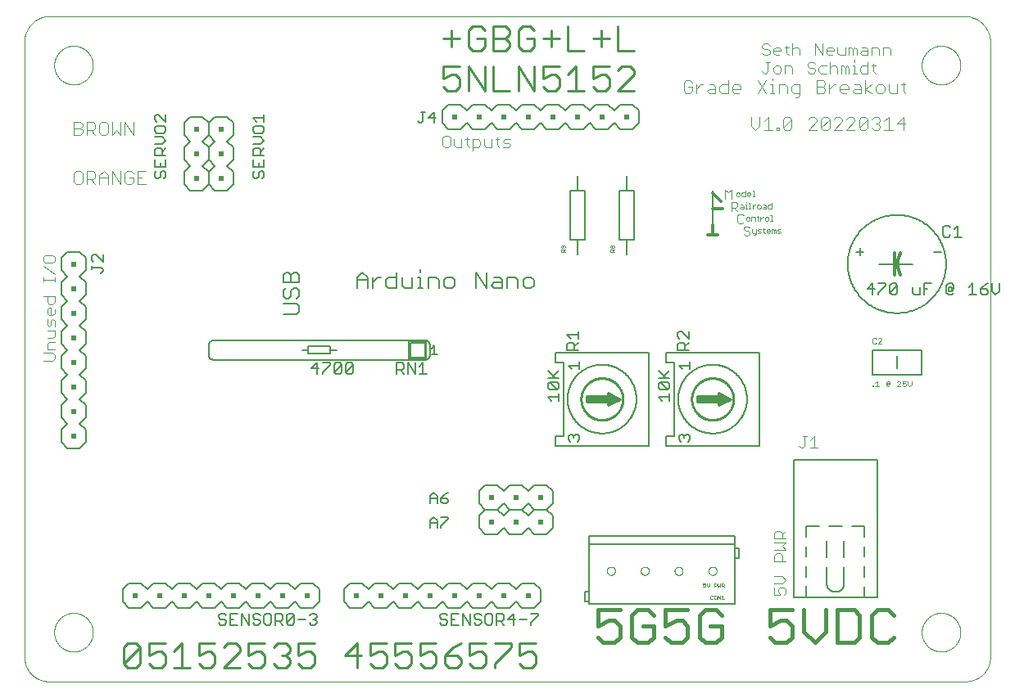
<source format=gto>
G75*
%MOIN*%
%OFA0B0*%
%FSLAX25Y25*%
%IPPOS*%
%LPD*%
%AMOC8*
5,1,8,0,0,1.08239X$1,22.5*
%
%ADD10C,0.00600*%
%ADD11C,0.00400*%
%ADD12C,0.01100*%
%ADD13C,0.01500*%
%ADD14C,0.00800*%
%ADD15C,0.00000*%
%ADD16R,0.02000X0.02000*%
%ADD17C,0.00500*%
%ADD18C,0.00004*%
%ADD19C,0.00100*%
%ADD20C,0.01200*%
%ADD21C,0.00200*%
%ADD22C,0.01000*%
%ADD23C,0.00300*%
D10*
X0082000Y0136000D02*
X0168000Y0136000D01*
X0168500Y0136500D02*
X0161500Y0136500D01*
X0161500Y0143500D01*
X0168500Y0143500D01*
X0168500Y0136500D01*
X0168000Y0137000D02*
X0168000Y0143000D01*
X0162000Y0143000D01*
X0162000Y0137000D01*
X0168000Y0137000D01*
X0168000Y0136000D02*
X0168087Y0136002D01*
X0168174Y0136008D01*
X0168261Y0136017D01*
X0168347Y0136030D01*
X0168433Y0136047D01*
X0168518Y0136068D01*
X0168601Y0136093D01*
X0168684Y0136121D01*
X0168765Y0136152D01*
X0168845Y0136187D01*
X0168923Y0136226D01*
X0169000Y0136268D01*
X0169075Y0136313D01*
X0169147Y0136362D01*
X0169218Y0136413D01*
X0169286Y0136468D01*
X0169351Y0136525D01*
X0169414Y0136586D01*
X0169475Y0136649D01*
X0169532Y0136714D01*
X0169587Y0136782D01*
X0169638Y0136853D01*
X0169687Y0136925D01*
X0169732Y0137000D01*
X0169774Y0137077D01*
X0169813Y0137155D01*
X0169848Y0137235D01*
X0169879Y0137316D01*
X0169907Y0137399D01*
X0169932Y0137482D01*
X0169953Y0137567D01*
X0169970Y0137653D01*
X0169983Y0137739D01*
X0169992Y0137826D01*
X0169998Y0137913D01*
X0170000Y0138000D01*
X0170000Y0142000D01*
X0169998Y0142087D01*
X0169992Y0142174D01*
X0169983Y0142261D01*
X0169970Y0142347D01*
X0169953Y0142433D01*
X0169932Y0142518D01*
X0169907Y0142601D01*
X0169879Y0142684D01*
X0169848Y0142765D01*
X0169813Y0142845D01*
X0169774Y0142923D01*
X0169732Y0143000D01*
X0169687Y0143075D01*
X0169638Y0143147D01*
X0169587Y0143218D01*
X0169532Y0143286D01*
X0169475Y0143351D01*
X0169414Y0143414D01*
X0169351Y0143475D01*
X0169286Y0143532D01*
X0169218Y0143587D01*
X0169147Y0143638D01*
X0169075Y0143687D01*
X0169000Y0143732D01*
X0168923Y0143774D01*
X0168845Y0143813D01*
X0168765Y0143848D01*
X0168684Y0143879D01*
X0168601Y0143907D01*
X0168518Y0143932D01*
X0168433Y0143953D01*
X0168347Y0143970D01*
X0168261Y0143983D01*
X0168174Y0143992D01*
X0168087Y0143998D01*
X0168000Y0144000D01*
X0082000Y0144000D01*
X0081913Y0143998D01*
X0081826Y0143992D01*
X0081739Y0143983D01*
X0081653Y0143970D01*
X0081567Y0143953D01*
X0081482Y0143932D01*
X0081399Y0143907D01*
X0081316Y0143879D01*
X0081235Y0143848D01*
X0081155Y0143813D01*
X0081077Y0143774D01*
X0081000Y0143732D01*
X0080925Y0143687D01*
X0080853Y0143638D01*
X0080782Y0143587D01*
X0080714Y0143532D01*
X0080649Y0143475D01*
X0080586Y0143414D01*
X0080525Y0143351D01*
X0080468Y0143286D01*
X0080413Y0143218D01*
X0080362Y0143147D01*
X0080313Y0143075D01*
X0080268Y0143000D01*
X0080226Y0142923D01*
X0080187Y0142845D01*
X0080152Y0142765D01*
X0080121Y0142684D01*
X0080093Y0142601D01*
X0080068Y0142518D01*
X0080047Y0142433D01*
X0080030Y0142347D01*
X0080017Y0142261D01*
X0080008Y0142174D01*
X0080002Y0142087D01*
X0080000Y0142000D01*
X0080000Y0138000D01*
X0080002Y0137913D01*
X0080008Y0137826D01*
X0080017Y0137739D01*
X0080030Y0137653D01*
X0080047Y0137567D01*
X0080068Y0137482D01*
X0080093Y0137399D01*
X0080121Y0137316D01*
X0080152Y0137235D01*
X0080187Y0137155D01*
X0080226Y0137077D01*
X0080268Y0137000D01*
X0080313Y0136925D01*
X0080362Y0136853D01*
X0080413Y0136782D01*
X0080468Y0136714D01*
X0080525Y0136649D01*
X0080586Y0136586D01*
X0080649Y0136525D01*
X0080714Y0136468D01*
X0080782Y0136413D01*
X0080853Y0136362D01*
X0080925Y0136313D01*
X0081000Y0136268D01*
X0081077Y0136226D01*
X0081155Y0136187D01*
X0081235Y0136152D01*
X0081316Y0136121D01*
X0081399Y0136093D01*
X0081482Y0136068D01*
X0081567Y0136047D01*
X0081653Y0136030D01*
X0081739Y0136017D01*
X0081826Y0136008D01*
X0081913Y0136002D01*
X0082000Y0136000D01*
X0110295Y0154518D02*
X0115632Y0154518D01*
X0116700Y0155586D01*
X0116700Y0157721D01*
X0115632Y0158788D01*
X0110295Y0158788D01*
X0111362Y0160963D02*
X0112430Y0160963D01*
X0113497Y0162031D01*
X0113497Y0164166D01*
X0114565Y0165234D01*
X0115632Y0165234D01*
X0116700Y0164166D01*
X0116700Y0162031D01*
X0115632Y0160963D01*
X0111362Y0160963D02*
X0110295Y0162031D01*
X0110295Y0164166D01*
X0111362Y0165234D01*
X0110295Y0167409D02*
X0110295Y0170612D01*
X0111362Y0171679D01*
X0112430Y0171679D01*
X0113497Y0170612D01*
X0113497Y0167409D01*
X0110295Y0167409D02*
X0116700Y0167409D01*
X0116700Y0170612D01*
X0115632Y0171679D01*
X0114565Y0171679D01*
X0113497Y0170612D01*
X0140300Y0169570D02*
X0140300Y0165300D01*
X0140300Y0168503D02*
X0144570Y0168503D01*
X0144570Y0169570D02*
X0144570Y0165300D01*
X0146745Y0165300D02*
X0146745Y0169570D01*
X0146745Y0167435D02*
X0148881Y0169570D01*
X0149948Y0169570D01*
X0152117Y0168503D02*
X0153184Y0169570D01*
X0156387Y0169570D01*
X0156387Y0171705D02*
X0156387Y0165300D01*
X0153184Y0165300D01*
X0152117Y0166368D01*
X0152117Y0168503D01*
X0144570Y0169570D02*
X0142435Y0171705D01*
X0140300Y0169570D01*
X0158562Y0169570D02*
X0158562Y0166368D01*
X0159630Y0165300D01*
X0162833Y0165300D01*
X0162833Y0169570D01*
X0165008Y0169570D02*
X0166075Y0169570D01*
X0166075Y0165300D01*
X0165008Y0165300D02*
X0167143Y0165300D01*
X0169305Y0165300D02*
X0169305Y0169570D01*
X0172507Y0169570D01*
X0173575Y0168503D01*
X0173575Y0165300D01*
X0175750Y0166368D02*
X0175750Y0168503D01*
X0176818Y0169570D01*
X0178953Y0169570D01*
X0180021Y0168503D01*
X0180021Y0166368D01*
X0178953Y0165300D01*
X0176818Y0165300D01*
X0175750Y0166368D01*
X0166075Y0171705D02*
X0166075Y0172773D01*
X0188641Y0171705D02*
X0188641Y0165300D01*
X0192912Y0165300D02*
X0192912Y0171705D01*
X0196154Y0169570D02*
X0198289Y0169570D01*
X0199357Y0168503D01*
X0199357Y0165300D01*
X0196154Y0165300D01*
X0195087Y0166368D01*
X0196154Y0167435D01*
X0199357Y0167435D01*
X0201532Y0165300D02*
X0201532Y0169570D01*
X0204735Y0169570D01*
X0205803Y0168503D01*
X0205803Y0165300D01*
X0207978Y0166368D02*
X0207978Y0168503D01*
X0209045Y0169570D01*
X0211180Y0169570D01*
X0212248Y0168503D01*
X0212248Y0166368D01*
X0211180Y0165300D01*
X0209045Y0165300D01*
X0207978Y0166368D01*
X0192912Y0165300D02*
X0188641Y0171705D01*
X0221000Y0139000D02*
X0221000Y0135000D01*
X0224500Y0135000D01*
X0224500Y0105000D01*
X0221000Y0105000D01*
X0221000Y0101000D01*
X0258900Y0101000D01*
X0258900Y0139000D01*
X0221000Y0139000D01*
X0226000Y0120000D02*
X0226004Y0119660D01*
X0226016Y0119321D01*
X0226037Y0118982D01*
X0226066Y0118643D01*
X0226103Y0118306D01*
X0226148Y0117969D01*
X0226201Y0117633D01*
X0226263Y0117299D01*
X0226333Y0116967D01*
X0226410Y0116636D01*
X0226496Y0116307D01*
X0226589Y0115981D01*
X0226691Y0115656D01*
X0226800Y0115335D01*
X0226917Y0115016D01*
X0227042Y0114700D01*
X0227174Y0114387D01*
X0227314Y0114077D01*
X0227462Y0113771D01*
X0227617Y0113469D01*
X0227779Y0113170D01*
X0227948Y0112876D01*
X0228125Y0112586D01*
X0228308Y0112300D01*
X0228498Y0112018D01*
X0228695Y0111741D01*
X0228899Y0111470D01*
X0229109Y0111203D01*
X0229326Y0110941D01*
X0229549Y0110685D01*
X0229778Y0110434D01*
X0230013Y0110189D01*
X0230254Y0109949D01*
X0230501Y0109716D01*
X0230753Y0109488D01*
X0231011Y0109267D01*
X0231274Y0109052D01*
X0231542Y0108844D01*
X0231815Y0108642D01*
X0232093Y0108446D01*
X0232376Y0108258D01*
X0232663Y0108076D01*
X0232955Y0107902D01*
X0233250Y0107734D01*
X0233550Y0107574D01*
X0233853Y0107421D01*
X0234160Y0107276D01*
X0234471Y0107138D01*
X0234785Y0107008D01*
X0235101Y0106885D01*
X0235421Y0106770D01*
X0235743Y0106663D01*
X0236068Y0106563D01*
X0236395Y0106472D01*
X0236725Y0106389D01*
X0237056Y0106313D01*
X0237389Y0106246D01*
X0237723Y0106186D01*
X0238059Y0106135D01*
X0238396Y0106092D01*
X0238734Y0106057D01*
X0239073Y0106031D01*
X0239412Y0106012D01*
X0239752Y0106002D01*
X0240091Y0106000D01*
X0240431Y0106007D01*
X0240771Y0106021D01*
X0241109Y0106044D01*
X0241448Y0106075D01*
X0241785Y0106114D01*
X0242122Y0106162D01*
X0242457Y0106217D01*
X0242790Y0106281D01*
X0243123Y0106353D01*
X0243453Y0106432D01*
X0243781Y0106520D01*
X0244107Y0106616D01*
X0244430Y0106720D01*
X0244751Y0106831D01*
X0245070Y0106950D01*
X0245385Y0107077D01*
X0245697Y0107211D01*
X0246005Y0107353D01*
X0246310Y0107503D01*
X0246612Y0107660D01*
X0246909Y0107824D01*
X0247203Y0107995D01*
X0254000Y0120000D02*
X0253996Y0120329D01*
X0253985Y0120658D01*
X0253965Y0120986D01*
X0253938Y0121314D01*
X0253903Y0121641D01*
X0253861Y0121968D01*
X0253811Y0122293D01*
X0253753Y0122617D01*
X0253688Y0122939D01*
X0253615Y0123260D01*
X0253535Y0123579D01*
X0253447Y0123896D01*
X0253352Y0124211D01*
X0253249Y0124523D01*
X0253139Y0124833D01*
X0253022Y0125140D01*
X0252898Y0125445D01*
X0252766Y0125747D01*
X0252628Y0126045D01*
X0252482Y0126340D01*
X0252330Y0126631D01*
X0252171Y0126919D01*
X0252005Y0127203D01*
X0246946Y0132156D02*
X0246648Y0132321D01*
X0246347Y0132479D01*
X0246042Y0132629D01*
X0245733Y0132772D01*
X0245421Y0132908D01*
X0245106Y0133036D01*
X0244788Y0133156D01*
X0244467Y0133268D01*
X0244143Y0133373D01*
X0243817Y0133470D01*
X0243488Y0133558D01*
X0243158Y0133639D01*
X0242825Y0133712D01*
X0242491Y0133777D01*
X0242156Y0133833D01*
X0241819Y0133881D01*
X0241481Y0133921D01*
X0241143Y0133953D01*
X0240803Y0133977D01*
X0240463Y0133992D01*
X0240123Y0133999D01*
X0239783Y0133998D01*
X0239443Y0133989D01*
X0239103Y0133971D01*
X0238764Y0133945D01*
X0238425Y0133911D01*
X0238088Y0133869D01*
X0237751Y0133818D01*
X0237416Y0133760D01*
X0237083Y0133693D01*
X0236751Y0133618D01*
X0236421Y0133535D01*
X0236093Y0133444D01*
X0235768Y0133345D01*
X0235445Y0133238D01*
X0235124Y0133124D01*
X0234807Y0133001D01*
X0234492Y0132871D01*
X0234181Y0132734D01*
X0233874Y0132588D01*
X0233569Y0132436D01*
X0233269Y0132276D01*
X0232973Y0132109D01*
X0232681Y0131934D01*
X0232393Y0131753D01*
X0232110Y0131565D01*
X0231831Y0131370D01*
X0231557Y0131168D01*
X0231288Y0130959D01*
X0231024Y0130744D01*
X0230766Y0130523D01*
X0230513Y0130296D01*
X0230266Y0130062D01*
X0230024Y0129822D01*
X0229788Y0129577D01*
X0229559Y0129326D01*
X0229335Y0129070D01*
X0229118Y0128808D01*
X0228907Y0128541D01*
X0228703Y0128269D01*
X0228505Y0127992D01*
X0228314Y0127710D01*
X0228131Y0127424D01*
X0227954Y0127133D01*
X0227784Y0126839D01*
X0227621Y0126540D01*
X0227466Y0126237D01*
X0227318Y0125931D01*
X0227178Y0125621D01*
X0227045Y0125307D01*
X0226920Y0124991D01*
X0226802Y0124672D01*
X0226693Y0124350D01*
X0226591Y0124025D01*
X0226497Y0123698D01*
X0226411Y0123369D01*
X0226334Y0123038D01*
X0226264Y0122705D01*
X0226202Y0122370D01*
X0226149Y0122034D01*
X0226103Y0121697D01*
X0226066Y0121359D01*
X0226037Y0121020D01*
X0226017Y0120680D01*
X0226004Y0120340D01*
X0226000Y0120000D01*
X0251946Y0112700D02*
X0252117Y0112987D01*
X0252281Y0113278D01*
X0252437Y0113573D01*
X0252587Y0113871D01*
X0252730Y0114173D01*
X0252865Y0114478D01*
X0252993Y0114787D01*
X0253114Y0115098D01*
X0253227Y0115412D01*
X0253333Y0115729D01*
X0253431Y0116048D01*
X0253521Y0116369D01*
X0253604Y0116693D01*
X0253679Y0117018D01*
X0253746Y0117345D01*
X0253805Y0117674D01*
X0253857Y0118004D01*
X0253901Y0118335D01*
X0253936Y0118667D01*
X0253964Y0118999D01*
X0253984Y0119333D01*
X0253996Y0119666D01*
X0254000Y0120000D01*
X0252310Y0126668D02*
X0252144Y0126967D01*
X0251970Y0127261D01*
X0251789Y0127551D01*
X0251601Y0127837D01*
X0251406Y0128118D01*
X0251205Y0128394D01*
X0250996Y0128665D01*
X0250782Y0128931D01*
X0250560Y0129191D01*
X0250333Y0129446D01*
X0250099Y0129696D01*
X0249859Y0129939D01*
X0249614Y0130177D01*
X0249362Y0130409D01*
X0249105Y0130634D01*
X0248843Y0130854D01*
X0248575Y0131066D01*
X0248303Y0131272D01*
X0248025Y0131472D01*
X0247743Y0131664D01*
X0247455Y0131850D01*
X0247164Y0132028D01*
X0246868Y0132200D01*
X0246568Y0132364D01*
X0246264Y0132520D01*
X0245957Y0132669D01*
X0245646Y0132811D01*
X0245331Y0132945D01*
X0245014Y0133071D01*
X0244693Y0133190D01*
X0244370Y0133301D01*
X0244044Y0133403D01*
X0243715Y0133498D01*
X0243384Y0133585D01*
X0243052Y0133663D01*
X0242717Y0133734D01*
X0242381Y0133796D01*
X0242044Y0133850D01*
X0241705Y0133896D01*
X0241365Y0133933D01*
X0241024Y0133962D01*
X0240683Y0133983D01*
X0240342Y0133996D01*
X0240000Y0134000D01*
X0252522Y0113739D02*
X0252368Y0113439D01*
X0252206Y0113144D01*
X0252038Y0112852D01*
X0251862Y0112564D01*
X0251680Y0112281D01*
X0251491Y0112002D01*
X0251295Y0111728D01*
X0251092Y0111458D01*
X0250884Y0111194D01*
X0250669Y0110935D01*
X0250447Y0110680D01*
X0250220Y0110432D01*
X0249987Y0110189D01*
X0249748Y0109951D01*
X0249503Y0109719D01*
X0249253Y0109494D01*
X0248997Y0109274D01*
X0248737Y0109061D01*
X0248471Y0108854D01*
X0248200Y0108653D01*
X0247925Y0108459D01*
X0247645Y0108271D01*
X0247360Y0108091D01*
X0247071Y0107917D01*
X0246779Y0107750D01*
X0246482Y0107591D01*
X0246181Y0107439D01*
X0245877Y0107293D01*
X0245570Y0107156D01*
X0245259Y0107025D01*
X0244945Y0106902D01*
X0244629Y0106787D01*
X0244309Y0106680D01*
X0243987Y0106580D01*
X0243663Y0106488D01*
X0243337Y0106404D01*
X0243009Y0106327D01*
X0242679Y0106259D01*
X0242347Y0106198D01*
X0242015Y0106146D01*
X0241681Y0106101D01*
X0241346Y0106065D01*
X0241010Y0106036D01*
X0240674Y0106016D01*
X0240337Y0106004D01*
X0240000Y0106000D01*
X0266000Y0105000D02*
X0266000Y0101000D01*
X0303900Y0101000D01*
X0303900Y0139000D01*
X0266000Y0139000D01*
X0266000Y0135000D01*
X0269500Y0135000D01*
X0269500Y0105000D01*
X0266000Y0105000D01*
X0299000Y0120000D02*
X0298996Y0120329D01*
X0298985Y0120658D01*
X0298965Y0120986D01*
X0298938Y0121314D01*
X0298903Y0121641D01*
X0298861Y0121968D01*
X0298811Y0122293D01*
X0298753Y0122617D01*
X0298688Y0122939D01*
X0298615Y0123260D01*
X0298535Y0123579D01*
X0298447Y0123896D01*
X0298352Y0124211D01*
X0298249Y0124523D01*
X0298139Y0124833D01*
X0298022Y0125140D01*
X0297898Y0125445D01*
X0297766Y0125747D01*
X0297628Y0126045D01*
X0297482Y0126340D01*
X0297330Y0126631D01*
X0297171Y0126919D01*
X0297005Y0127203D01*
X0291946Y0132156D02*
X0291648Y0132321D01*
X0291347Y0132479D01*
X0291042Y0132629D01*
X0290733Y0132772D01*
X0290421Y0132908D01*
X0290106Y0133036D01*
X0289788Y0133156D01*
X0289467Y0133268D01*
X0289143Y0133373D01*
X0288817Y0133470D01*
X0288488Y0133558D01*
X0288158Y0133639D01*
X0287825Y0133712D01*
X0287491Y0133777D01*
X0287156Y0133833D01*
X0286819Y0133881D01*
X0286481Y0133921D01*
X0286143Y0133953D01*
X0285803Y0133977D01*
X0285463Y0133992D01*
X0285123Y0133999D01*
X0284783Y0133998D01*
X0284443Y0133989D01*
X0284103Y0133971D01*
X0283764Y0133945D01*
X0283425Y0133911D01*
X0283088Y0133869D01*
X0282751Y0133818D01*
X0282416Y0133760D01*
X0282083Y0133693D01*
X0281751Y0133618D01*
X0281421Y0133535D01*
X0281093Y0133444D01*
X0280768Y0133345D01*
X0280445Y0133238D01*
X0280124Y0133124D01*
X0279807Y0133001D01*
X0279492Y0132871D01*
X0279181Y0132734D01*
X0278874Y0132588D01*
X0278569Y0132436D01*
X0278269Y0132276D01*
X0277973Y0132109D01*
X0277681Y0131934D01*
X0277393Y0131753D01*
X0277110Y0131565D01*
X0276831Y0131370D01*
X0276557Y0131168D01*
X0276288Y0130959D01*
X0276024Y0130744D01*
X0275766Y0130523D01*
X0275513Y0130296D01*
X0275266Y0130062D01*
X0275024Y0129822D01*
X0274788Y0129577D01*
X0274559Y0129326D01*
X0274335Y0129070D01*
X0274118Y0128808D01*
X0273907Y0128541D01*
X0273703Y0128269D01*
X0273505Y0127992D01*
X0273314Y0127710D01*
X0273131Y0127424D01*
X0272954Y0127133D01*
X0272784Y0126839D01*
X0272621Y0126540D01*
X0272466Y0126237D01*
X0272318Y0125931D01*
X0272178Y0125621D01*
X0272045Y0125307D01*
X0271920Y0124991D01*
X0271802Y0124672D01*
X0271693Y0124350D01*
X0271591Y0124025D01*
X0271497Y0123698D01*
X0271411Y0123369D01*
X0271334Y0123038D01*
X0271264Y0122705D01*
X0271202Y0122370D01*
X0271149Y0122034D01*
X0271103Y0121697D01*
X0271066Y0121359D01*
X0271037Y0121020D01*
X0271017Y0120680D01*
X0271004Y0120340D01*
X0271000Y0120000D01*
X0296946Y0112700D02*
X0297117Y0112987D01*
X0297281Y0113278D01*
X0297437Y0113573D01*
X0297587Y0113871D01*
X0297730Y0114173D01*
X0297865Y0114478D01*
X0297993Y0114787D01*
X0298114Y0115098D01*
X0298227Y0115412D01*
X0298333Y0115729D01*
X0298431Y0116048D01*
X0298521Y0116369D01*
X0298604Y0116693D01*
X0298679Y0117018D01*
X0298746Y0117345D01*
X0298805Y0117674D01*
X0298857Y0118004D01*
X0298901Y0118335D01*
X0298936Y0118667D01*
X0298964Y0118999D01*
X0298984Y0119333D01*
X0298996Y0119666D01*
X0299000Y0120000D01*
X0297310Y0126668D02*
X0297144Y0126967D01*
X0296970Y0127261D01*
X0296789Y0127551D01*
X0296601Y0127837D01*
X0296406Y0128118D01*
X0296205Y0128394D01*
X0295996Y0128665D01*
X0295782Y0128931D01*
X0295560Y0129191D01*
X0295333Y0129446D01*
X0295099Y0129696D01*
X0294859Y0129939D01*
X0294614Y0130177D01*
X0294362Y0130409D01*
X0294105Y0130634D01*
X0293843Y0130854D01*
X0293575Y0131066D01*
X0293303Y0131272D01*
X0293025Y0131472D01*
X0292743Y0131664D01*
X0292455Y0131850D01*
X0292164Y0132028D01*
X0291868Y0132200D01*
X0291568Y0132364D01*
X0291264Y0132520D01*
X0290957Y0132669D01*
X0290646Y0132811D01*
X0290331Y0132945D01*
X0290014Y0133071D01*
X0289693Y0133190D01*
X0289370Y0133301D01*
X0289044Y0133403D01*
X0288715Y0133498D01*
X0288384Y0133585D01*
X0288052Y0133663D01*
X0287717Y0133734D01*
X0287381Y0133796D01*
X0287044Y0133850D01*
X0286705Y0133896D01*
X0286365Y0133933D01*
X0286024Y0133962D01*
X0285683Y0133983D01*
X0285342Y0133996D01*
X0285000Y0134000D01*
X0297522Y0113739D02*
X0297368Y0113439D01*
X0297206Y0113144D01*
X0297038Y0112852D01*
X0296862Y0112564D01*
X0296680Y0112281D01*
X0296491Y0112002D01*
X0296295Y0111728D01*
X0296092Y0111458D01*
X0295884Y0111194D01*
X0295669Y0110935D01*
X0295447Y0110680D01*
X0295220Y0110432D01*
X0294987Y0110189D01*
X0294748Y0109951D01*
X0294503Y0109719D01*
X0294253Y0109494D01*
X0293997Y0109274D01*
X0293737Y0109061D01*
X0293471Y0108854D01*
X0293200Y0108653D01*
X0292925Y0108459D01*
X0292645Y0108271D01*
X0292360Y0108091D01*
X0292071Y0107917D01*
X0291779Y0107750D01*
X0291482Y0107591D01*
X0291181Y0107439D01*
X0290877Y0107293D01*
X0290570Y0107156D01*
X0290259Y0107025D01*
X0289945Y0106902D01*
X0289629Y0106787D01*
X0289309Y0106680D01*
X0288987Y0106580D01*
X0288663Y0106488D01*
X0288337Y0106404D01*
X0288009Y0106327D01*
X0287679Y0106259D01*
X0287347Y0106198D01*
X0287015Y0106146D01*
X0286681Y0106101D01*
X0286346Y0106065D01*
X0286010Y0106036D01*
X0285674Y0106016D01*
X0285337Y0106004D01*
X0285000Y0106000D01*
X0292203Y0107995D02*
X0291909Y0107824D01*
X0291612Y0107660D01*
X0291310Y0107503D01*
X0291005Y0107353D01*
X0290697Y0107211D01*
X0290385Y0107077D01*
X0290070Y0106950D01*
X0289751Y0106831D01*
X0289430Y0106720D01*
X0289107Y0106616D01*
X0288781Y0106520D01*
X0288453Y0106432D01*
X0288123Y0106353D01*
X0287790Y0106281D01*
X0287457Y0106217D01*
X0287122Y0106162D01*
X0286785Y0106114D01*
X0286448Y0106075D01*
X0286109Y0106044D01*
X0285771Y0106021D01*
X0285431Y0106007D01*
X0285091Y0106000D01*
X0284752Y0106002D01*
X0284412Y0106012D01*
X0284073Y0106031D01*
X0283734Y0106057D01*
X0283396Y0106092D01*
X0283059Y0106135D01*
X0282723Y0106186D01*
X0282389Y0106246D01*
X0282056Y0106313D01*
X0281725Y0106389D01*
X0281395Y0106472D01*
X0281068Y0106563D01*
X0280743Y0106663D01*
X0280421Y0106770D01*
X0280101Y0106885D01*
X0279785Y0107008D01*
X0279471Y0107138D01*
X0279160Y0107276D01*
X0278853Y0107421D01*
X0278550Y0107574D01*
X0278250Y0107734D01*
X0277955Y0107902D01*
X0277663Y0108076D01*
X0277376Y0108258D01*
X0277093Y0108446D01*
X0276815Y0108642D01*
X0276542Y0108844D01*
X0276274Y0109052D01*
X0276011Y0109267D01*
X0275753Y0109488D01*
X0275501Y0109716D01*
X0275254Y0109949D01*
X0275013Y0110189D01*
X0274778Y0110434D01*
X0274549Y0110685D01*
X0274326Y0110941D01*
X0274109Y0111203D01*
X0273899Y0111470D01*
X0273695Y0111741D01*
X0273498Y0112018D01*
X0273308Y0112300D01*
X0273125Y0112586D01*
X0272948Y0112876D01*
X0272779Y0113170D01*
X0272617Y0113469D01*
X0272462Y0113771D01*
X0272314Y0114077D01*
X0272174Y0114387D01*
X0272042Y0114700D01*
X0271917Y0115016D01*
X0271800Y0115335D01*
X0271691Y0115656D01*
X0271589Y0115981D01*
X0271496Y0116307D01*
X0271410Y0116636D01*
X0271333Y0116967D01*
X0271263Y0117299D01*
X0271201Y0117633D01*
X0271148Y0117969D01*
X0271103Y0118306D01*
X0271066Y0118643D01*
X0271037Y0118982D01*
X0271016Y0119321D01*
X0271004Y0119660D01*
X0271000Y0120000D01*
X0345000Y0178500D02*
X0345000Y0181500D01*
X0346500Y0180000D02*
X0343500Y0180000D01*
X0352689Y0175000D02*
X0366500Y0175000D01*
X0340000Y0175000D02*
X0340006Y0175491D01*
X0340024Y0175981D01*
X0340054Y0176471D01*
X0340096Y0176960D01*
X0340150Y0177448D01*
X0340216Y0177935D01*
X0340294Y0178419D01*
X0340384Y0178902D01*
X0340486Y0179382D01*
X0340599Y0179860D01*
X0340724Y0180334D01*
X0340861Y0180806D01*
X0341009Y0181274D01*
X0341169Y0181738D01*
X0341340Y0182198D01*
X0341522Y0182654D01*
X0341716Y0183105D01*
X0341920Y0183551D01*
X0342136Y0183992D01*
X0342362Y0184428D01*
X0342598Y0184858D01*
X0342845Y0185282D01*
X0343103Y0185700D01*
X0343371Y0186111D01*
X0343648Y0186516D01*
X0343936Y0186914D01*
X0344233Y0187305D01*
X0344540Y0187688D01*
X0344856Y0188063D01*
X0345181Y0188431D01*
X0345515Y0188791D01*
X0345858Y0189142D01*
X0346209Y0189485D01*
X0346569Y0189819D01*
X0346937Y0190144D01*
X0347312Y0190460D01*
X0347695Y0190767D01*
X0348086Y0191064D01*
X0348484Y0191352D01*
X0348889Y0191629D01*
X0349300Y0191897D01*
X0349718Y0192155D01*
X0350142Y0192402D01*
X0350572Y0192638D01*
X0351008Y0192864D01*
X0351449Y0193080D01*
X0351895Y0193284D01*
X0352346Y0193478D01*
X0352802Y0193660D01*
X0353262Y0193831D01*
X0353726Y0193991D01*
X0354194Y0194139D01*
X0354666Y0194276D01*
X0355140Y0194401D01*
X0355618Y0194514D01*
X0356098Y0194616D01*
X0356581Y0194706D01*
X0357065Y0194784D01*
X0357552Y0194850D01*
X0358040Y0194904D01*
X0358529Y0194946D01*
X0359019Y0194976D01*
X0359509Y0194994D01*
X0360000Y0195000D01*
X0360491Y0194994D01*
X0360981Y0194976D01*
X0361471Y0194946D01*
X0361960Y0194904D01*
X0362448Y0194850D01*
X0362935Y0194784D01*
X0363419Y0194706D01*
X0363902Y0194616D01*
X0364382Y0194514D01*
X0364860Y0194401D01*
X0365334Y0194276D01*
X0365806Y0194139D01*
X0366274Y0193991D01*
X0366738Y0193831D01*
X0367198Y0193660D01*
X0367654Y0193478D01*
X0368105Y0193284D01*
X0368551Y0193080D01*
X0368992Y0192864D01*
X0369428Y0192638D01*
X0369858Y0192402D01*
X0370282Y0192155D01*
X0370700Y0191897D01*
X0371111Y0191629D01*
X0371516Y0191352D01*
X0371914Y0191064D01*
X0372305Y0190767D01*
X0372688Y0190460D01*
X0373063Y0190144D01*
X0373431Y0189819D01*
X0373791Y0189485D01*
X0374142Y0189142D01*
X0374485Y0188791D01*
X0374819Y0188431D01*
X0375144Y0188063D01*
X0375460Y0187688D01*
X0375767Y0187305D01*
X0376064Y0186914D01*
X0376352Y0186516D01*
X0376629Y0186111D01*
X0376897Y0185700D01*
X0377155Y0185282D01*
X0377402Y0184858D01*
X0377638Y0184428D01*
X0377864Y0183992D01*
X0378080Y0183551D01*
X0378284Y0183105D01*
X0378478Y0182654D01*
X0378660Y0182198D01*
X0378831Y0181738D01*
X0378991Y0181274D01*
X0379139Y0180806D01*
X0379276Y0180334D01*
X0379401Y0179860D01*
X0379514Y0179382D01*
X0379616Y0178902D01*
X0379706Y0178419D01*
X0379784Y0177935D01*
X0379850Y0177448D01*
X0379904Y0176960D01*
X0379946Y0176471D01*
X0379976Y0175981D01*
X0379994Y0175491D01*
X0380000Y0175000D01*
X0379994Y0174509D01*
X0379976Y0174019D01*
X0379946Y0173529D01*
X0379904Y0173040D01*
X0379850Y0172552D01*
X0379784Y0172065D01*
X0379706Y0171581D01*
X0379616Y0171098D01*
X0379514Y0170618D01*
X0379401Y0170140D01*
X0379276Y0169666D01*
X0379139Y0169194D01*
X0378991Y0168726D01*
X0378831Y0168262D01*
X0378660Y0167802D01*
X0378478Y0167346D01*
X0378284Y0166895D01*
X0378080Y0166449D01*
X0377864Y0166008D01*
X0377638Y0165572D01*
X0377402Y0165142D01*
X0377155Y0164718D01*
X0376897Y0164300D01*
X0376629Y0163889D01*
X0376352Y0163484D01*
X0376064Y0163086D01*
X0375767Y0162695D01*
X0375460Y0162312D01*
X0375144Y0161937D01*
X0374819Y0161569D01*
X0374485Y0161209D01*
X0374142Y0160858D01*
X0373791Y0160515D01*
X0373431Y0160181D01*
X0373063Y0159856D01*
X0372688Y0159540D01*
X0372305Y0159233D01*
X0371914Y0158936D01*
X0371516Y0158648D01*
X0371111Y0158371D01*
X0370700Y0158103D01*
X0370282Y0157845D01*
X0369858Y0157598D01*
X0369428Y0157362D01*
X0368992Y0157136D01*
X0368551Y0156920D01*
X0368105Y0156716D01*
X0367654Y0156522D01*
X0367198Y0156340D01*
X0366738Y0156169D01*
X0366274Y0156009D01*
X0365806Y0155861D01*
X0365334Y0155724D01*
X0364860Y0155599D01*
X0364382Y0155486D01*
X0363902Y0155384D01*
X0363419Y0155294D01*
X0362935Y0155216D01*
X0362448Y0155150D01*
X0361960Y0155096D01*
X0361471Y0155054D01*
X0360981Y0155024D01*
X0360491Y0155006D01*
X0360000Y0155000D01*
X0359509Y0155006D01*
X0359019Y0155024D01*
X0358529Y0155054D01*
X0358040Y0155096D01*
X0357552Y0155150D01*
X0357065Y0155216D01*
X0356581Y0155294D01*
X0356098Y0155384D01*
X0355618Y0155486D01*
X0355140Y0155599D01*
X0354666Y0155724D01*
X0354194Y0155861D01*
X0353726Y0156009D01*
X0353262Y0156169D01*
X0352802Y0156340D01*
X0352346Y0156522D01*
X0351895Y0156716D01*
X0351449Y0156920D01*
X0351008Y0157136D01*
X0350572Y0157362D01*
X0350142Y0157598D01*
X0349718Y0157845D01*
X0349300Y0158103D01*
X0348889Y0158371D01*
X0348484Y0158648D01*
X0348086Y0158936D01*
X0347695Y0159233D01*
X0347312Y0159540D01*
X0346937Y0159856D01*
X0346569Y0160181D01*
X0346209Y0160515D01*
X0345858Y0160858D01*
X0345515Y0161209D01*
X0345181Y0161569D01*
X0344856Y0161937D01*
X0344540Y0162312D01*
X0344233Y0162695D01*
X0343936Y0163086D01*
X0343648Y0163484D01*
X0343371Y0163889D01*
X0343103Y0164300D01*
X0342845Y0164718D01*
X0342598Y0165142D01*
X0342362Y0165572D01*
X0342136Y0166008D01*
X0341920Y0166449D01*
X0341716Y0166895D01*
X0341522Y0167346D01*
X0341340Y0167802D01*
X0341169Y0168262D01*
X0341009Y0168726D01*
X0340861Y0169194D01*
X0340724Y0169666D01*
X0340599Y0170140D01*
X0340486Y0170618D01*
X0340384Y0171098D01*
X0340294Y0171581D01*
X0340216Y0172065D01*
X0340150Y0172552D01*
X0340096Y0173040D01*
X0340054Y0173529D01*
X0340024Y0174019D01*
X0340006Y0174509D01*
X0340000Y0175000D01*
X0374996Y0180000D02*
X0377996Y0180000D01*
X0132000Y0140000D02*
X0129500Y0140000D01*
X0129500Y0138500D01*
X0120500Y0138500D01*
X0120500Y0140000D01*
X0120500Y0141500D01*
X0129500Y0141500D01*
X0129500Y0140000D01*
X0120500Y0140000D02*
X0118000Y0140000D01*
D11*
X0054452Y0207700D02*
X0050982Y0207700D01*
X0050982Y0212904D01*
X0054452Y0212904D01*
X0052717Y0210302D02*
X0050982Y0210302D01*
X0049295Y0210302D02*
X0047560Y0210302D01*
X0049295Y0210302D02*
X0049295Y0208567D01*
X0048428Y0207700D01*
X0046693Y0207700D01*
X0045826Y0208567D01*
X0045826Y0212037D01*
X0046693Y0212904D01*
X0048428Y0212904D01*
X0049295Y0212037D01*
X0044139Y0212904D02*
X0044139Y0207700D01*
X0040669Y0212904D01*
X0040669Y0207700D01*
X0038982Y0207700D02*
X0038982Y0211170D01*
X0037248Y0212904D01*
X0035513Y0211170D01*
X0035513Y0207700D01*
X0033826Y0207700D02*
X0032091Y0209435D01*
X0032959Y0209435D02*
X0030356Y0209435D01*
X0030356Y0207700D02*
X0030356Y0212904D01*
X0032959Y0212904D01*
X0033826Y0212037D01*
X0033826Y0210302D01*
X0032959Y0209435D01*
X0035513Y0210302D02*
X0038982Y0210302D01*
X0028670Y0208567D02*
X0027802Y0207700D01*
X0026067Y0207700D01*
X0025200Y0208567D01*
X0025200Y0212037D01*
X0026067Y0212904D01*
X0027802Y0212904D01*
X0028670Y0212037D01*
X0028670Y0208567D01*
X0027802Y0227700D02*
X0025200Y0227700D01*
X0025200Y0232904D01*
X0027802Y0232904D01*
X0028670Y0232037D01*
X0028670Y0231170D01*
X0027802Y0230302D01*
X0025200Y0230302D01*
X0027802Y0230302D02*
X0028670Y0229435D01*
X0028670Y0228567D01*
X0027802Y0227700D01*
X0030356Y0227700D02*
X0030356Y0232904D01*
X0032959Y0232904D01*
X0033826Y0232037D01*
X0033826Y0230302D01*
X0032959Y0229435D01*
X0030356Y0229435D01*
X0032091Y0229435D02*
X0033826Y0227700D01*
X0035513Y0228567D02*
X0035513Y0232037D01*
X0036380Y0232904D01*
X0038115Y0232904D01*
X0038982Y0232037D01*
X0038982Y0228567D01*
X0038115Y0227700D01*
X0036380Y0227700D01*
X0035513Y0228567D01*
X0040669Y0227700D02*
X0042404Y0229435D01*
X0044139Y0227700D01*
X0044139Y0232904D01*
X0045826Y0232904D02*
X0049295Y0227700D01*
X0049295Y0232904D01*
X0045826Y0232904D02*
X0045826Y0227700D01*
X0040669Y0227700D02*
X0040669Y0232904D01*
X0016533Y0178665D02*
X0013463Y0178665D01*
X0012696Y0177898D01*
X0012696Y0176363D01*
X0013463Y0175596D01*
X0016533Y0175596D01*
X0017300Y0176363D01*
X0017300Y0177898D01*
X0016533Y0178665D01*
X0012696Y0174061D02*
X0017300Y0170992D01*
X0017300Y0169457D02*
X0017300Y0167923D01*
X0017300Y0168690D02*
X0012696Y0168690D01*
X0012696Y0167923D02*
X0012696Y0169457D01*
X0012696Y0161784D02*
X0017300Y0161784D01*
X0017300Y0159482D01*
X0016533Y0158715D01*
X0014998Y0158715D01*
X0014231Y0159482D01*
X0014231Y0161784D01*
X0014998Y0157180D02*
X0015765Y0157180D01*
X0015765Y0154111D01*
X0014998Y0154111D02*
X0014231Y0154878D01*
X0014231Y0156413D01*
X0014998Y0157180D01*
X0017300Y0156413D02*
X0017300Y0154878D01*
X0016533Y0154111D01*
X0014998Y0154111D01*
X0014231Y0152576D02*
X0014231Y0150274D01*
X0014998Y0149507D01*
X0015765Y0150274D01*
X0015765Y0151809D01*
X0016533Y0152576D01*
X0017300Y0151809D01*
X0017300Y0149507D01*
X0017300Y0147972D02*
X0014231Y0147972D01*
X0014231Y0144903D02*
X0016533Y0144903D01*
X0017300Y0145670D01*
X0017300Y0147972D01*
X0017300Y0143369D02*
X0014998Y0143369D01*
X0014231Y0142601D01*
X0014231Y0140299D01*
X0017300Y0140299D01*
X0016533Y0138765D02*
X0017300Y0137997D01*
X0017300Y0136463D01*
X0016533Y0135695D01*
X0012696Y0135695D01*
X0012696Y0138765D02*
X0016533Y0138765D01*
X0175200Y0223467D02*
X0175967Y0222700D01*
X0177502Y0222700D01*
X0178269Y0223467D01*
X0178269Y0226537D01*
X0177502Y0227304D01*
X0175967Y0227304D01*
X0175200Y0226537D01*
X0175200Y0223467D01*
X0179804Y0223467D02*
X0180571Y0222700D01*
X0182873Y0222700D01*
X0182873Y0225769D01*
X0184408Y0225769D02*
X0185942Y0225769D01*
X0185175Y0226537D02*
X0185175Y0223467D01*
X0185942Y0222700D01*
X0187477Y0222700D02*
X0189779Y0222700D01*
X0190546Y0223467D01*
X0190546Y0225002D01*
X0189779Y0225769D01*
X0187477Y0225769D01*
X0187477Y0221165D01*
X0192081Y0223467D02*
X0192848Y0222700D01*
X0195150Y0222700D01*
X0195150Y0225769D01*
X0196685Y0225769D02*
X0198220Y0225769D01*
X0197452Y0226537D02*
X0197452Y0223467D01*
X0198220Y0222700D01*
X0199754Y0222700D02*
X0202056Y0222700D01*
X0202824Y0223467D01*
X0202056Y0224235D01*
X0200522Y0224235D01*
X0199754Y0225002D01*
X0200522Y0225769D01*
X0202824Y0225769D01*
X0192081Y0225769D02*
X0192081Y0223467D01*
X0179804Y0223467D02*
X0179804Y0225769D01*
X0273244Y0245467D02*
X0274111Y0244600D01*
X0275846Y0244600D01*
X0276714Y0245467D01*
X0276714Y0247202D01*
X0274979Y0247202D01*
X0273244Y0248937D02*
X0273244Y0245467D01*
X0273244Y0248937D02*
X0274111Y0249804D01*
X0275846Y0249804D01*
X0276714Y0248937D01*
X0278400Y0248070D02*
X0278400Y0244600D01*
X0278400Y0246335D02*
X0280135Y0248070D01*
X0281003Y0248070D01*
X0283565Y0248070D02*
X0285300Y0248070D01*
X0286167Y0247202D01*
X0286167Y0244600D01*
X0283565Y0244600D01*
X0282697Y0245467D01*
X0283565Y0246335D01*
X0286167Y0246335D01*
X0287854Y0247202D02*
X0287854Y0245467D01*
X0288721Y0244600D01*
X0291323Y0244600D01*
X0291323Y0249804D01*
X0291323Y0248070D02*
X0288721Y0248070D01*
X0287854Y0247202D01*
X0293010Y0247202D02*
X0293010Y0245467D01*
X0293878Y0244600D01*
X0295612Y0244600D01*
X0296480Y0246335D02*
X0293010Y0246335D01*
X0293010Y0247202D02*
X0293878Y0248070D01*
X0295612Y0248070D01*
X0296480Y0247202D01*
X0296480Y0246335D01*
X0303323Y0244600D02*
X0306793Y0249804D01*
X0308479Y0248070D02*
X0309347Y0248070D01*
X0309347Y0244600D01*
X0310214Y0244600D02*
X0308479Y0244600D01*
X0306793Y0244600D02*
X0303323Y0249804D01*
X0305967Y0252700D02*
X0305200Y0253467D01*
X0305967Y0252700D02*
X0306735Y0252700D01*
X0307502Y0253467D01*
X0307502Y0257304D01*
X0306735Y0257304D02*
X0308269Y0257304D01*
X0309804Y0255002D02*
X0309804Y0253467D01*
X0310571Y0252700D01*
X0312106Y0252700D01*
X0312873Y0253467D01*
X0312873Y0255002D01*
X0312106Y0255769D01*
X0310571Y0255769D01*
X0309804Y0255002D01*
X0309347Y0250672D02*
X0309347Y0249804D01*
X0311917Y0248070D02*
X0314519Y0248070D01*
X0315387Y0247202D01*
X0315387Y0244600D01*
X0317073Y0245467D02*
X0317941Y0244600D01*
X0320543Y0244600D01*
X0320543Y0243733D02*
X0320543Y0248070D01*
X0317941Y0248070D01*
X0317073Y0247202D01*
X0317073Y0245467D01*
X0318808Y0242865D02*
X0319676Y0242865D01*
X0320543Y0243733D01*
X0327386Y0244600D02*
X0329988Y0244600D01*
X0330856Y0245467D01*
X0330856Y0246335D01*
X0329988Y0247202D01*
X0327386Y0247202D01*
X0327386Y0244600D02*
X0327386Y0249804D01*
X0329988Y0249804D01*
X0330856Y0248937D01*
X0330856Y0248070D01*
X0329988Y0247202D01*
X0332543Y0246335D02*
X0334277Y0248070D01*
X0335145Y0248070D01*
X0336840Y0247202D02*
X0337707Y0248070D01*
X0339442Y0248070D01*
X0340309Y0247202D01*
X0340309Y0246335D01*
X0336840Y0246335D01*
X0336840Y0247202D02*
X0336840Y0245467D01*
X0337707Y0244600D01*
X0339442Y0244600D01*
X0341996Y0245467D02*
X0342863Y0246335D01*
X0345466Y0246335D01*
X0345466Y0247202D02*
X0345466Y0244600D01*
X0342863Y0244600D01*
X0341996Y0245467D01*
X0342863Y0248070D02*
X0344598Y0248070D01*
X0345466Y0247202D01*
X0347152Y0246335D02*
X0349755Y0248070D01*
X0351449Y0247202D02*
X0351449Y0245467D01*
X0352317Y0244600D01*
X0354052Y0244600D01*
X0354919Y0245467D01*
X0354919Y0247202D01*
X0354052Y0248070D01*
X0352317Y0248070D01*
X0351449Y0247202D01*
X0349755Y0244600D02*
X0347152Y0246335D01*
X0347152Y0244600D02*
X0347152Y0249804D01*
X0348170Y0252700D02*
X0345868Y0252700D01*
X0345101Y0253467D01*
X0345101Y0255002D01*
X0345868Y0255769D01*
X0348170Y0255769D01*
X0349705Y0255769D02*
X0351239Y0255769D01*
X0350472Y0256537D02*
X0350472Y0253467D01*
X0351239Y0252700D01*
X0348170Y0252700D02*
X0348170Y0257304D01*
X0348170Y0260200D02*
X0345868Y0260200D01*
X0345101Y0260967D01*
X0345868Y0261735D01*
X0348170Y0261735D01*
X0348170Y0262502D02*
X0348170Y0260200D01*
X0349705Y0260200D02*
X0349705Y0263269D01*
X0352007Y0263269D01*
X0352774Y0262502D01*
X0352774Y0260200D01*
X0354309Y0260200D02*
X0354309Y0263269D01*
X0356610Y0263269D01*
X0357378Y0262502D01*
X0357378Y0260200D01*
X0348170Y0262502D02*
X0347403Y0263269D01*
X0345868Y0263269D01*
X0343566Y0262502D02*
X0343566Y0260200D01*
X0342031Y0260200D02*
X0342031Y0262502D01*
X0342799Y0263269D01*
X0343566Y0262502D01*
X0342031Y0262502D02*
X0341264Y0263269D01*
X0340497Y0263269D01*
X0340497Y0260200D01*
X0338962Y0260200D02*
X0338962Y0263269D01*
X0338962Y0260200D02*
X0336660Y0260200D01*
X0335893Y0260967D01*
X0335893Y0263269D01*
X0334358Y0262502D02*
X0334358Y0261735D01*
X0331289Y0261735D01*
X0331289Y0262502D02*
X0332056Y0263269D01*
X0333591Y0263269D01*
X0334358Y0262502D01*
X0333591Y0260200D02*
X0332056Y0260200D01*
X0331289Y0260967D01*
X0331289Y0262502D01*
X0329754Y0260200D02*
X0329754Y0264804D01*
X0326685Y0264804D02*
X0329754Y0260200D01*
X0326685Y0260200D02*
X0326685Y0264804D01*
X0320546Y0262502D02*
X0320546Y0260200D01*
X0320546Y0262502D02*
X0319779Y0263269D01*
X0318244Y0263269D01*
X0317477Y0262502D01*
X0315942Y0263269D02*
X0314408Y0263269D01*
X0315175Y0264037D02*
X0315175Y0260967D01*
X0315942Y0260200D01*
X0317477Y0260200D02*
X0317477Y0264804D01*
X0312873Y0262502D02*
X0312873Y0261735D01*
X0309804Y0261735D01*
X0309804Y0262502D02*
X0310571Y0263269D01*
X0312106Y0263269D01*
X0312873Y0262502D01*
X0312106Y0260200D02*
X0310571Y0260200D01*
X0309804Y0260967D01*
X0309804Y0262502D01*
X0308269Y0261735D02*
X0308269Y0260967D01*
X0307502Y0260200D01*
X0305967Y0260200D01*
X0305200Y0260967D01*
X0305967Y0262502D02*
X0305200Y0263269D01*
X0305200Y0264037D01*
X0305967Y0264804D01*
X0307502Y0264804D01*
X0308269Y0264037D01*
X0307502Y0262502D02*
X0308269Y0261735D01*
X0307502Y0262502D02*
X0305967Y0262502D01*
X0314408Y0255769D02*
X0316710Y0255769D01*
X0317477Y0255002D01*
X0317477Y0252700D01*
X0314408Y0252700D02*
X0314408Y0255769D01*
X0323616Y0255769D02*
X0324383Y0255002D01*
X0325918Y0255002D01*
X0326685Y0254235D01*
X0326685Y0253467D01*
X0325918Y0252700D01*
X0324383Y0252700D01*
X0323616Y0253467D01*
X0323616Y0255769D02*
X0323616Y0256537D01*
X0324383Y0257304D01*
X0325918Y0257304D01*
X0326685Y0256537D01*
X0328220Y0255002D02*
X0328987Y0255769D01*
X0331289Y0255769D01*
X0332824Y0255002D02*
X0333591Y0255769D01*
X0335126Y0255769D01*
X0335893Y0255002D01*
X0335893Y0252700D01*
X0337427Y0252700D02*
X0337427Y0255769D01*
X0338195Y0255769D01*
X0338962Y0255002D01*
X0339729Y0255769D01*
X0340497Y0255002D01*
X0340497Y0252700D01*
X0342031Y0252700D02*
X0343566Y0252700D01*
X0342799Y0252700D02*
X0342799Y0255769D01*
X0342031Y0255769D01*
X0342799Y0257304D02*
X0342799Y0258071D01*
X0338962Y0255002D02*
X0338962Y0252700D01*
X0332824Y0252700D02*
X0332824Y0257304D01*
X0331289Y0252700D02*
X0328987Y0252700D01*
X0328220Y0253467D01*
X0328220Y0255002D01*
X0332543Y0248070D02*
X0332543Y0244600D01*
X0331707Y0234804D02*
X0329973Y0234804D01*
X0329105Y0233937D01*
X0329105Y0230467D01*
X0332575Y0233937D01*
X0332575Y0230467D01*
X0331707Y0229600D01*
X0329973Y0229600D01*
X0329105Y0230467D01*
X0327418Y0229600D02*
X0323949Y0229600D01*
X0327418Y0233070D01*
X0327418Y0233937D01*
X0326551Y0234804D01*
X0324816Y0234804D01*
X0323949Y0233937D01*
X0317106Y0233937D02*
X0317106Y0230467D01*
X0316238Y0229600D01*
X0314503Y0229600D01*
X0313636Y0230467D01*
X0317106Y0233937D01*
X0316238Y0234804D01*
X0314503Y0234804D01*
X0313636Y0233937D01*
X0313636Y0230467D01*
X0311925Y0230467D02*
X0311925Y0229600D01*
X0311058Y0229600D01*
X0311058Y0230467D01*
X0311925Y0230467D01*
X0309371Y0229600D02*
X0305901Y0229600D01*
X0307636Y0229600D02*
X0307636Y0234804D01*
X0305901Y0233070D01*
X0304215Y0234804D02*
X0304215Y0231335D01*
X0302480Y0229600D01*
X0300745Y0231335D01*
X0300745Y0234804D01*
X0311917Y0244600D02*
X0311917Y0248070D01*
X0331707Y0234804D02*
X0332575Y0233937D01*
X0334262Y0233937D02*
X0335129Y0234804D01*
X0336864Y0234804D01*
X0337731Y0233937D01*
X0337731Y0233070D01*
X0334262Y0229600D01*
X0337731Y0229600D01*
X0339418Y0229600D02*
X0342888Y0233070D01*
X0342888Y0233937D01*
X0342020Y0234804D01*
X0340285Y0234804D01*
X0339418Y0233937D01*
X0339418Y0229600D02*
X0342888Y0229600D01*
X0344574Y0230467D02*
X0344574Y0233937D01*
X0345442Y0234804D01*
X0347177Y0234804D01*
X0348044Y0233937D01*
X0344574Y0230467D01*
X0345442Y0229600D01*
X0347177Y0229600D01*
X0348044Y0230467D01*
X0348044Y0233937D01*
X0349731Y0233937D02*
X0350598Y0234804D01*
X0352333Y0234804D01*
X0353200Y0233937D01*
X0353200Y0233070D01*
X0352333Y0232202D01*
X0353200Y0231335D01*
X0353200Y0230467D01*
X0352333Y0229600D01*
X0350598Y0229600D01*
X0349731Y0230467D01*
X0351466Y0232202D02*
X0352333Y0232202D01*
X0354887Y0233070D02*
X0356622Y0234804D01*
X0356622Y0229600D01*
X0354887Y0229600D02*
X0358357Y0229600D01*
X0360043Y0232202D02*
X0363513Y0232202D01*
X0362646Y0229600D02*
X0362646Y0234804D01*
X0360043Y0232202D01*
X0360075Y0244600D02*
X0360075Y0248070D01*
X0361762Y0248070D02*
X0363497Y0248070D01*
X0362630Y0248937D02*
X0362630Y0245467D01*
X0363497Y0244600D01*
X0360075Y0244600D02*
X0357473Y0244600D01*
X0356606Y0245467D01*
X0356606Y0248070D01*
X0326339Y0104804D02*
X0326339Y0100200D01*
X0327873Y0100200D02*
X0324804Y0100200D01*
X0322502Y0100967D02*
X0322502Y0104804D01*
X0321735Y0104804D02*
X0323269Y0104804D01*
X0324804Y0103269D02*
X0326339Y0104804D01*
X0322502Y0100967D02*
X0321735Y0100200D01*
X0320967Y0100200D01*
X0320200Y0100967D01*
X0314800Y0066289D02*
X0313265Y0064754D01*
X0313265Y0065522D02*
X0313265Y0063220D01*
X0314800Y0063220D02*
X0310196Y0063220D01*
X0310196Y0065522D01*
X0310963Y0066289D01*
X0312498Y0066289D01*
X0313265Y0065522D01*
X0314800Y0061685D02*
X0310196Y0061685D01*
X0310196Y0058616D02*
X0314800Y0058616D01*
X0313265Y0060150D01*
X0314800Y0061685D01*
X0312498Y0057081D02*
X0313265Y0056314D01*
X0313265Y0054012D01*
X0314800Y0054012D02*
X0310196Y0054012D01*
X0310196Y0056314D01*
X0310963Y0057081D01*
X0312498Y0057081D01*
X0313265Y0047873D02*
X0310196Y0047873D01*
X0310196Y0044804D02*
X0313265Y0044804D01*
X0314800Y0046339D01*
X0313265Y0047873D01*
X0312498Y0043269D02*
X0314033Y0043269D01*
X0314800Y0042502D01*
X0314800Y0040967D01*
X0314033Y0040200D01*
X0312498Y0040200D02*
X0311731Y0041735D01*
X0311731Y0042502D01*
X0312498Y0043269D01*
X0310196Y0043269D02*
X0310196Y0040200D01*
X0312498Y0040200D01*
D12*
X0213056Y0020458D02*
X0206451Y0020458D01*
X0206451Y0015504D01*
X0209753Y0017156D01*
X0211405Y0017156D01*
X0213056Y0015504D01*
X0213056Y0012201D01*
X0211405Y0010550D01*
X0208102Y0010550D01*
X0206451Y0012201D01*
X0202928Y0018807D02*
X0196322Y0012201D01*
X0196322Y0010550D01*
X0192799Y0012201D02*
X0191148Y0010550D01*
X0187845Y0010550D01*
X0186193Y0012201D01*
X0186193Y0015504D02*
X0189496Y0017156D01*
X0191148Y0017156D01*
X0192799Y0015504D01*
X0192799Y0012201D01*
X0186193Y0015504D02*
X0186193Y0020458D01*
X0192799Y0020458D01*
X0196322Y0020458D02*
X0202928Y0020458D01*
X0202928Y0018807D01*
X0182670Y0020458D02*
X0179367Y0018807D01*
X0176065Y0015504D01*
X0181019Y0015504D01*
X0182670Y0013853D01*
X0182670Y0012201D01*
X0181019Y0010550D01*
X0177716Y0010550D01*
X0176065Y0012201D01*
X0176065Y0015504D01*
X0172542Y0015504D02*
X0172542Y0012201D01*
X0170890Y0010550D01*
X0167587Y0010550D01*
X0165936Y0012201D01*
X0165936Y0015504D02*
X0169239Y0017156D01*
X0170890Y0017156D01*
X0172542Y0015504D01*
X0172542Y0020458D02*
X0165936Y0020458D01*
X0165936Y0015504D01*
X0162413Y0015504D02*
X0162413Y0012201D01*
X0160762Y0010550D01*
X0157459Y0010550D01*
X0155807Y0012201D01*
X0155807Y0015504D02*
X0159110Y0017156D01*
X0160762Y0017156D01*
X0162413Y0015504D01*
X0162413Y0020458D02*
X0155807Y0020458D01*
X0155807Y0015504D01*
X0152284Y0015504D02*
X0152284Y0012201D01*
X0150633Y0010550D01*
X0147330Y0010550D01*
X0145679Y0012201D01*
X0145679Y0015504D02*
X0148981Y0017156D01*
X0150633Y0017156D01*
X0152284Y0015504D01*
X0152284Y0020458D02*
X0145679Y0020458D01*
X0145679Y0015504D01*
X0142156Y0015504D02*
X0135550Y0015504D01*
X0140504Y0020458D01*
X0140504Y0010550D01*
X0123056Y0012201D02*
X0121405Y0010550D01*
X0118102Y0010550D01*
X0116451Y0012201D01*
X0116451Y0015504D02*
X0119753Y0017156D01*
X0121405Y0017156D01*
X0123056Y0015504D01*
X0123056Y0012201D01*
X0116451Y0015504D02*
X0116451Y0020458D01*
X0123056Y0020458D01*
X0112928Y0018807D02*
X0112928Y0017156D01*
X0111276Y0015504D01*
X0112928Y0013853D01*
X0112928Y0012201D01*
X0111276Y0010550D01*
X0107973Y0010550D01*
X0106322Y0012201D01*
X0102799Y0012201D02*
X0102799Y0015504D01*
X0101148Y0017156D01*
X0099496Y0017156D01*
X0096193Y0015504D01*
X0096193Y0020458D01*
X0102799Y0020458D01*
X0106322Y0018807D02*
X0107973Y0020458D01*
X0111276Y0020458D01*
X0112928Y0018807D01*
X0111276Y0015504D02*
X0109625Y0015504D01*
X0102799Y0012201D02*
X0101148Y0010550D01*
X0097845Y0010550D01*
X0096193Y0012201D01*
X0092670Y0010550D02*
X0086065Y0010550D01*
X0092670Y0017156D01*
X0092670Y0018807D01*
X0091019Y0020458D01*
X0087716Y0020458D01*
X0086065Y0018807D01*
X0082542Y0020458D02*
X0075936Y0020458D01*
X0075936Y0015504D01*
X0079239Y0017156D01*
X0080890Y0017156D01*
X0082542Y0015504D01*
X0082542Y0012201D01*
X0080890Y0010550D01*
X0077587Y0010550D01*
X0075936Y0012201D01*
X0072413Y0010550D02*
X0065807Y0010550D01*
X0069110Y0010550D02*
X0069110Y0020458D01*
X0065807Y0017156D01*
X0062284Y0015504D02*
X0062284Y0012201D01*
X0060633Y0010550D01*
X0057330Y0010550D01*
X0055679Y0012201D01*
X0055679Y0015504D02*
X0058981Y0017156D01*
X0060633Y0017156D01*
X0062284Y0015504D01*
X0062284Y0020458D02*
X0055679Y0020458D01*
X0055679Y0015504D01*
X0052156Y0012201D02*
X0050504Y0010550D01*
X0047201Y0010550D01*
X0045550Y0012201D01*
X0052156Y0018807D01*
X0052156Y0012201D01*
X0045550Y0012201D02*
X0045550Y0018807D01*
X0047201Y0020458D01*
X0050504Y0020458D01*
X0052156Y0018807D01*
X0177201Y0245550D02*
X0175550Y0247201D01*
X0177201Y0245550D02*
X0180504Y0245550D01*
X0182156Y0247201D01*
X0182156Y0250504D01*
X0180504Y0252156D01*
X0178853Y0252156D01*
X0175550Y0250504D01*
X0175550Y0255458D01*
X0182156Y0255458D01*
X0185679Y0255458D02*
X0192284Y0245550D01*
X0192284Y0255458D01*
X0195807Y0255458D02*
X0195807Y0245550D01*
X0202413Y0245550D01*
X0205936Y0245550D02*
X0205936Y0255458D01*
X0212542Y0245550D01*
X0212542Y0255458D01*
X0216065Y0255458D02*
X0216065Y0250504D01*
X0219367Y0252156D01*
X0221019Y0252156D01*
X0222670Y0250504D01*
X0222670Y0247201D01*
X0221019Y0245550D01*
X0217716Y0245550D01*
X0216065Y0247201D01*
X0216065Y0255458D02*
X0222670Y0255458D01*
X0226193Y0252156D02*
X0229496Y0255458D01*
X0229496Y0245550D01*
X0226193Y0245550D02*
X0232799Y0245550D01*
X0236322Y0247201D02*
X0237973Y0245550D01*
X0241276Y0245550D01*
X0242928Y0247201D01*
X0242928Y0250504D01*
X0241276Y0252156D01*
X0239625Y0252156D01*
X0236322Y0250504D01*
X0236322Y0255458D01*
X0242928Y0255458D01*
X0246451Y0253807D02*
X0248102Y0255458D01*
X0251405Y0255458D01*
X0253056Y0253807D01*
X0253056Y0252156D01*
X0246451Y0245550D01*
X0253056Y0245550D01*
X0253056Y0262050D02*
X0246451Y0262050D01*
X0246451Y0271958D01*
X0242928Y0267004D02*
X0236322Y0267004D01*
X0239625Y0270307D02*
X0239625Y0263701D01*
X0232799Y0262050D02*
X0226193Y0262050D01*
X0226193Y0271958D01*
X0222670Y0267004D02*
X0216065Y0267004D01*
X0212542Y0267004D02*
X0209239Y0267004D01*
X0212542Y0267004D02*
X0212542Y0263701D01*
X0210890Y0262050D01*
X0207587Y0262050D01*
X0205936Y0263701D01*
X0205936Y0270307D01*
X0207587Y0271958D01*
X0210890Y0271958D01*
X0212542Y0270307D01*
X0219367Y0270307D02*
X0219367Y0263701D01*
X0202413Y0263701D02*
X0200762Y0262050D01*
X0195807Y0262050D01*
X0195807Y0271958D01*
X0200762Y0271958D01*
X0202413Y0270307D01*
X0202413Y0268656D01*
X0200762Y0267004D01*
X0195807Y0267004D01*
X0192284Y0267004D02*
X0192284Y0263701D01*
X0190633Y0262050D01*
X0187330Y0262050D01*
X0185679Y0263701D01*
X0185679Y0270307D01*
X0187330Y0271958D01*
X0190633Y0271958D01*
X0192284Y0270307D01*
X0192284Y0267004D02*
X0188981Y0267004D01*
X0182156Y0267004D02*
X0175550Y0267004D01*
X0178853Y0270307D02*
X0178853Y0263701D01*
X0185679Y0255458D02*
X0185679Y0245550D01*
X0202413Y0263701D02*
X0202413Y0265353D01*
X0200762Y0267004D01*
D13*
X0238250Y0034262D02*
X0238250Y0027506D01*
X0242754Y0029758D01*
X0245006Y0029758D01*
X0247258Y0027506D01*
X0247258Y0023002D01*
X0245006Y0020750D01*
X0240502Y0020750D01*
X0238250Y0023002D01*
X0252062Y0023002D02*
X0252062Y0032010D01*
X0254314Y0034262D01*
X0258818Y0034262D01*
X0261069Y0032010D01*
X0261069Y0027506D02*
X0256566Y0027506D01*
X0261069Y0027506D02*
X0261069Y0023002D01*
X0258818Y0020750D01*
X0254314Y0020750D01*
X0252062Y0023002D01*
X0265874Y0023002D02*
X0268126Y0020750D01*
X0272629Y0020750D01*
X0274881Y0023002D01*
X0274881Y0027506D01*
X0272629Y0029758D01*
X0270377Y0029758D01*
X0265874Y0027506D01*
X0265874Y0034262D01*
X0274881Y0034262D01*
X0279685Y0032010D02*
X0279685Y0023002D01*
X0281937Y0020750D01*
X0286441Y0020750D01*
X0288693Y0023002D01*
X0288693Y0027506D01*
X0284189Y0027506D01*
X0288693Y0032010D02*
X0286441Y0034262D01*
X0281937Y0034262D01*
X0279685Y0032010D01*
X0308250Y0034262D02*
X0308250Y0027506D01*
X0312754Y0029758D01*
X0315006Y0029758D01*
X0317258Y0027506D01*
X0317258Y0023002D01*
X0315006Y0020750D01*
X0310502Y0020750D01*
X0308250Y0023002D01*
X0322062Y0025254D02*
X0326566Y0020750D01*
X0331069Y0025254D01*
X0331069Y0034262D01*
X0335874Y0034262D02*
X0342629Y0034262D01*
X0344881Y0032010D01*
X0344881Y0023002D01*
X0342629Y0020750D01*
X0335874Y0020750D01*
X0335874Y0034262D01*
X0349685Y0032010D02*
X0349685Y0023002D01*
X0351937Y0020750D01*
X0356441Y0020750D01*
X0358693Y0023002D01*
X0358693Y0032010D02*
X0356441Y0034262D01*
X0351937Y0034262D01*
X0349685Y0032010D01*
X0322062Y0034262D02*
X0322062Y0025254D01*
X0317258Y0034262D02*
X0308250Y0034262D01*
X0247258Y0034262D02*
X0238250Y0034262D01*
D14*
X0234606Y0036614D02*
X0234606Y0061024D01*
X0294055Y0061024D01*
X0294055Y0036614D01*
X0234606Y0036614D01*
X0234606Y0037598D02*
X0233031Y0037598D01*
X0233031Y0041535D01*
X0234606Y0041535D01*
X0215000Y0042500D02*
X0215000Y0037500D01*
X0212500Y0035000D01*
X0207500Y0035000D01*
X0205000Y0037500D01*
X0202500Y0035000D01*
X0197500Y0035000D01*
X0195000Y0037500D01*
X0192500Y0035000D01*
X0187500Y0035000D01*
X0185000Y0037500D01*
X0182500Y0035000D01*
X0177500Y0035000D01*
X0175000Y0037500D01*
X0172500Y0035000D01*
X0167500Y0035000D01*
X0165000Y0037500D01*
X0162500Y0035000D01*
X0157500Y0035000D01*
X0155000Y0037500D01*
X0152500Y0035000D01*
X0147500Y0035000D01*
X0145000Y0037500D01*
X0142500Y0035000D01*
X0137500Y0035000D01*
X0135000Y0037500D01*
X0135000Y0042500D01*
X0137500Y0045000D01*
X0142500Y0045000D01*
X0145000Y0042500D01*
X0147500Y0045000D01*
X0152500Y0045000D01*
X0155000Y0042500D01*
X0157500Y0045000D01*
X0162500Y0045000D01*
X0165000Y0042500D01*
X0167500Y0045000D01*
X0172500Y0045000D01*
X0175000Y0042500D01*
X0177500Y0045000D01*
X0182500Y0045000D01*
X0185000Y0042500D01*
X0187500Y0045000D01*
X0192500Y0045000D01*
X0195000Y0042500D01*
X0197500Y0045000D01*
X0202500Y0045000D01*
X0205000Y0042500D01*
X0207500Y0045000D01*
X0212500Y0045000D01*
X0215000Y0042500D01*
X0234606Y0061024D02*
X0234606Y0064173D01*
X0294055Y0064173D01*
X0294055Y0061024D01*
X0294055Y0059252D02*
X0295630Y0059252D01*
X0295630Y0055315D01*
X0294055Y0055315D01*
X0318071Y0039055D02*
X0351929Y0039055D01*
X0351929Y0070354D01*
X0346811Y0068189D02*
X0346811Y0063957D01*
X0346811Y0060020D02*
X0346811Y0055787D01*
X0346811Y0051850D02*
X0346811Y0047618D01*
X0346811Y0043681D02*
X0346811Y0039449D01*
X0351929Y0039055D02*
X0351929Y0095354D01*
X0351929Y0089055D01*
X0351929Y0095354D02*
X0345630Y0095354D01*
X0351929Y0095354D02*
X0318071Y0095354D01*
X0318071Y0039055D01*
X0318071Y0095354D01*
X0324370Y0095354D01*
X0323189Y0068189D02*
X0328438Y0068189D01*
X0332375Y0068189D02*
X0337625Y0068189D01*
X0341562Y0068189D02*
X0346811Y0068189D01*
X0338543Y0062283D02*
X0338543Y0055394D01*
X0338543Y0051457D02*
X0338543Y0044567D01*
X0338544Y0044567D02*
X0338528Y0044449D01*
X0338508Y0044331D01*
X0338484Y0044214D01*
X0338456Y0044099D01*
X0338425Y0043984D01*
X0338390Y0043870D01*
X0338350Y0043757D01*
X0338308Y0043646D01*
X0338261Y0043536D01*
X0338211Y0043428D01*
X0338157Y0043321D01*
X0338100Y0043217D01*
X0338039Y0043114D01*
X0337975Y0043014D01*
X0337907Y0042916D01*
X0337837Y0042820D01*
X0337763Y0042726D01*
X0337686Y0042635D01*
X0337606Y0042547D01*
X0337523Y0042461D01*
X0337437Y0042378D01*
X0337349Y0042298D01*
X0337258Y0042221D01*
X0337164Y0042147D01*
X0337068Y0042076D01*
X0336970Y0042009D01*
X0336869Y0041945D01*
X0336767Y0041884D01*
X0336662Y0041827D01*
X0336556Y0041773D01*
X0336447Y0041723D01*
X0336338Y0041676D01*
X0336226Y0041633D01*
X0336114Y0041594D01*
X0336000Y0041559D01*
X0335885Y0041527D01*
X0335769Y0041500D01*
X0335652Y0041476D01*
X0335535Y0041456D01*
X0335416Y0041440D01*
X0335298Y0041428D01*
X0335179Y0041420D01*
X0335060Y0041416D01*
X0334940Y0041416D01*
X0334821Y0041420D01*
X0334702Y0041428D01*
X0334584Y0041440D01*
X0334465Y0041456D01*
X0334348Y0041476D01*
X0334231Y0041500D01*
X0334115Y0041527D01*
X0334000Y0041559D01*
X0333886Y0041594D01*
X0333774Y0041633D01*
X0333662Y0041676D01*
X0333553Y0041723D01*
X0333444Y0041773D01*
X0333338Y0041827D01*
X0333233Y0041884D01*
X0333131Y0041945D01*
X0333030Y0042009D01*
X0332932Y0042076D01*
X0332836Y0042147D01*
X0332742Y0042221D01*
X0332651Y0042298D01*
X0332563Y0042378D01*
X0332477Y0042461D01*
X0332394Y0042547D01*
X0332314Y0042635D01*
X0332237Y0042726D01*
X0332163Y0042820D01*
X0332093Y0042916D01*
X0332025Y0043014D01*
X0331961Y0043114D01*
X0331900Y0043217D01*
X0331843Y0043321D01*
X0331789Y0043428D01*
X0331739Y0043536D01*
X0331692Y0043646D01*
X0331650Y0043757D01*
X0331610Y0043870D01*
X0331575Y0043984D01*
X0331544Y0044099D01*
X0331516Y0044214D01*
X0331492Y0044331D01*
X0331472Y0044449D01*
X0331456Y0044567D01*
X0331457Y0044567D02*
X0331457Y0051457D01*
X0331457Y0055394D02*
X0331457Y0062283D01*
X0323189Y0063981D02*
X0323189Y0068189D01*
X0323189Y0060044D02*
X0323189Y0055837D01*
X0323189Y0051900D02*
X0323189Y0047692D01*
X0323189Y0043755D02*
X0323189Y0039547D01*
X0318071Y0039055D02*
X0351929Y0039055D01*
X0350000Y0130000D02*
X0350000Y0140000D01*
X0370000Y0140000D01*
X0370000Y0130000D01*
X0350000Y0130000D01*
X0360000Y0132500D02*
X0360000Y0137500D01*
X0253000Y0185000D02*
X0250000Y0185000D01*
X0250000Y0179000D01*
X0250000Y0185000D02*
X0247000Y0185000D01*
X0247000Y0205000D01*
X0250000Y0205000D01*
X0250000Y0211000D01*
X0250000Y0205000D02*
X0253000Y0205000D01*
X0253000Y0185000D01*
X0233000Y0185000D02*
X0230000Y0185000D01*
X0230000Y0179000D01*
X0230000Y0185000D02*
X0227000Y0185000D01*
X0227000Y0205000D01*
X0230000Y0205000D01*
X0230000Y0211000D01*
X0230000Y0205000D02*
X0233000Y0205000D01*
X0233000Y0185000D01*
X0232500Y0230000D02*
X0227500Y0230000D01*
X0225000Y0232500D01*
X0222500Y0230000D01*
X0217500Y0230000D01*
X0215000Y0232500D01*
X0212500Y0230000D01*
X0207500Y0230000D01*
X0205000Y0232500D01*
X0202500Y0230000D01*
X0197500Y0230000D01*
X0195000Y0232500D01*
X0192500Y0230000D01*
X0187500Y0230000D01*
X0185000Y0232500D01*
X0182500Y0230000D01*
X0177500Y0230000D01*
X0175000Y0232500D01*
X0175000Y0237500D01*
X0177500Y0240000D01*
X0182500Y0240000D01*
X0185000Y0237500D01*
X0187500Y0240000D01*
X0192500Y0240000D01*
X0195000Y0237500D01*
X0197500Y0240000D01*
X0202500Y0240000D01*
X0205000Y0237500D01*
X0207500Y0240000D01*
X0212500Y0240000D01*
X0215000Y0237500D01*
X0217500Y0240000D01*
X0222500Y0240000D01*
X0225000Y0237500D01*
X0227500Y0240000D01*
X0232500Y0240000D01*
X0235000Y0237500D01*
X0237500Y0240000D01*
X0242500Y0240000D01*
X0245000Y0237500D01*
X0247500Y0240000D01*
X0252500Y0240000D01*
X0255000Y0237500D01*
X0255000Y0232500D01*
X0252500Y0230000D01*
X0247500Y0230000D01*
X0245000Y0232500D01*
X0242500Y0230000D01*
X0237500Y0230000D01*
X0235000Y0232500D01*
X0232500Y0230000D01*
X0090000Y0227500D02*
X0087500Y0225000D01*
X0090000Y0222500D01*
X0090000Y0217500D01*
X0087500Y0215000D01*
X0090000Y0212500D01*
X0090000Y0207500D01*
X0087500Y0205000D01*
X0082500Y0205000D01*
X0080000Y0207500D01*
X0080000Y0212500D01*
X0082500Y0215000D01*
X0080000Y0217500D01*
X0080000Y0222500D01*
X0082500Y0225000D01*
X0080000Y0227500D01*
X0080000Y0232500D01*
X0082500Y0235000D01*
X0087500Y0235000D01*
X0090000Y0232500D01*
X0090000Y0227500D01*
X0080000Y0227500D02*
X0077500Y0225000D01*
X0080000Y0222500D01*
X0080000Y0217500D01*
X0077500Y0215000D01*
X0080000Y0212500D01*
X0080000Y0207500D01*
X0077500Y0205000D01*
X0072500Y0205000D01*
X0070000Y0207500D01*
X0070000Y0212500D01*
X0072500Y0215000D01*
X0070000Y0217500D01*
X0070000Y0222500D01*
X0072500Y0225000D01*
X0070000Y0227500D01*
X0070000Y0232500D01*
X0072500Y0235000D01*
X0077500Y0235000D01*
X0080000Y0232500D01*
X0080000Y0227500D01*
X0030000Y0177500D02*
X0027500Y0180000D01*
X0022500Y0180000D01*
X0020000Y0177500D01*
X0020000Y0172500D01*
X0022500Y0170000D01*
X0020000Y0167500D01*
X0020000Y0162500D01*
X0022500Y0160000D01*
X0020000Y0157500D01*
X0020000Y0152500D01*
X0022500Y0150000D01*
X0020000Y0147500D01*
X0020000Y0142500D01*
X0022500Y0140000D01*
X0020000Y0137500D01*
X0020000Y0132500D01*
X0022500Y0130000D01*
X0020000Y0127500D01*
X0020000Y0122500D01*
X0022500Y0120000D01*
X0020000Y0117500D01*
X0020000Y0112500D01*
X0022500Y0110000D01*
X0020000Y0107500D01*
X0020000Y0102500D01*
X0022500Y0100000D01*
X0027500Y0100000D01*
X0030000Y0102500D01*
X0030000Y0107500D01*
X0027500Y0110000D01*
X0030000Y0112500D01*
X0030000Y0117500D01*
X0027500Y0120000D01*
X0030000Y0122500D01*
X0030000Y0127500D01*
X0027500Y0130000D01*
X0030000Y0132500D01*
X0030000Y0137500D01*
X0027500Y0140000D01*
X0030000Y0142500D01*
X0030000Y0147500D01*
X0027500Y0150000D01*
X0030000Y0152500D01*
X0030000Y0157500D01*
X0027500Y0160000D01*
X0030000Y0162500D01*
X0030000Y0167500D01*
X0027500Y0170000D01*
X0030000Y0172500D01*
X0030000Y0177500D01*
X0190000Y0082500D02*
X0190000Y0077500D01*
X0192500Y0075000D01*
X0190000Y0072500D01*
X0190000Y0067500D01*
X0192500Y0065000D01*
X0197500Y0065000D01*
X0200000Y0067500D01*
X0202500Y0065000D01*
X0207500Y0065000D01*
X0210000Y0067500D01*
X0212500Y0065000D01*
X0217500Y0065000D01*
X0220000Y0067500D01*
X0220000Y0072500D01*
X0217500Y0075000D01*
X0212500Y0075000D01*
X0210000Y0072500D01*
X0207500Y0075000D01*
X0202500Y0075000D01*
X0200000Y0072500D01*
X0197500Y0075000D01*
X0192500Y0075000D01*
X0197500Y0075000D01*
X0200000Y0077500D01*
X0202500Y0075000D01*
X0207500Y0075000D01*
X0210000Y0077500D01*
X0212500Y0075000D01*
X0217500Y0075000D01*
X0220000Y0077500D01*
X0220000Y0082500D01*
X0217500Y0085000D01*
X0212500Y0085000D01*
X0210000Y0082500D01*
X0207500Y0085000D01*
X0202500Y0085000D01*
X0200000Y0082500D01*
X0197500Y0085000D01*
X0192500Y0085000D01*
X0190000Y0082500D01*
X0125000Y0042500D02*
X0122500Y0045000D01*
X0117500Y0045000D01*
X0115000Y0042500D01*
X0112500Y0045000D01*
X0107500Y0045000D01*
X0105000Y0042500D01*
X0102500Y0045000D01*
X0097500Y0045000D01*
X0095000Y0042500D01*
X0092500Y0045000D01*
X0087500Y0045000D01*
X0085000Y0042500D01*
X0082500Y0045000D01*
X0077500Y0045000D01*
X0075000Y0042500D01*
X0072500Y0045000D01*
X0067500Y0045000D01*
X0065000Y0042500D01*
X0062500Y0045000D01*
X0057500Y0045000D01*
X0055000Y0042500D01*
X0052500Y0045000D01*
X0047500Y0045000D01*
X0045000Y0042500D01*
X0045000Y0037500D01*
X0047500Y0035000D01*
X0052500Y0035000D01*
X0055000Y0037500D01*
X0057500Y0035000D01*
X0062500Y0035000D01*
X0065000Y0037500D01*
X0067500Y0035000D01*
X0072500Y0035000D01*
X0075000Y0037500D01*
X0077500Y0035000D01*
X0082500Y0035000D01*
X0085000Y0037500D01*
X0087500Y0035000D01*
X0092500Y0035000D01*
X0095000Y0037500D01*
X0097500Y0035000D01*
X0102500Y0035000D01*
X0105000Y0037500D01*
X0107500Y0035000D01*
X0112500Y0035000D01*
X0115000Y0037500D01*
X0117500Y0035000D01*
X0122500Y0035000D01*
X0125000Y0037500D01*
X0125000Y0042500D01*
D15*
X0032559Y0005000D02*
X0014843Y0005000D01*
X0014605Y0005003D01*
X0014367Y0005011D01*
X0014130Y0005026D01*
X0013893Y0005046D01*
X0013657Y0005072D01*
X0013421Y0005103D01*
X0013186Y0005140D01*
X0012952Y0005183D01*
X0012719Y0005232D01*
X0012487Y0005286D01*
X0012257Y0005346D01*
X0012028Y0005411D01*
X0011801Y0005482D01*
X0011576Y0005558D01*
X0011353Y0005640D01*
X0011131Y0005727D01*
X0010912Y0005819D01*
X0010695Y0005917D01*
X0010481Y0006019D01*
X0010269Y0006127D01*
X0010059Y0006241D01*
X0009853Y0006359D01*
X0009649Y0006482D01*
X0009449Y0006610D01*
X0009252Y0006742D01*
X0009057Y0006880D01*
X0008867Y0007022D01*
X0008679Y0007169D01*
X0008496Y0007320D01*
X0008316Y0007475D01*
X0008140Y0007635D01*
X0007968Y0007799D01*
X0007799Y0007968D01*
X0007635Y0008140D01*
X0007475Y0008316D01*
X0007320Y0008496D01*
X0007169Y0008679D01*
X0007022Y0008867D01*
X0006880Y0009057D01*
X0006742Y0009252D01*
X0006610Y0009449D01*
X0006482Y0009649D01*
X0006359Y0009853D01*
X0006241Y0010059D01*
X0006127Y0010269D01*
X0006019Y0010481D01*
X0005917Y0010695D01*
X0005819Y0010912D01*
X0005727Y0011131D01*
X0005640Y0011353D01*
X0005558Y0011576D01*
X0005482Y0011801D01*
X0005411Y0012028D01*
X0005346Y0012257D01*
X0005286Y0012487D01*
X0005232Y0012719D01*
X0005183Y0012952D01*
X0005140Y0013186D01*
X0005103Y0013421D01*
X0005072Y0013657D01*
X0005046Y0013893D01*
X0005026Y0014130D01*
X0005011Y0014367D01*
X0005003Y0014605D01*
X0005000Y0014843D01*
X0005000Y0036500D01*
X0005000Y0265000D01*
X0004989Y0265252D01*
X0004984Y0265504D01*
X0004986Y0265757D01*
X0004993Y0266009D01*
X0005006Y0266261D01*
X0005026Y0266512D01*
X0005051Y0266763D01*
X0005083Y0267013D01*
X0005121Y0267263D01*
X0005164Y0267511D01*
X0005214Y0267758D01*
X0005270Y0268004D01*
X0005331Y0268249D01*
X0005399Y0268492D01*
X0005472Y0268733D01*
X0005551Y0268973D01*
X0005636Y0269210D01*
X0005727Y0269446D01*
X0005823Y0269679D01*
X0005925Y0269909D01*
X0006032Y0270138D01*
X0006145Y0270363D01*
X0006263Y0270586D01*
X0006387Y0270806D01*
X0006516Y0271022D01*
X0006650Y0271236D01*
X0006789Y0271446D01*
X0006934Y0271653D01*
X0007083Y0271857D01*
X0007237Y0272056D01*
X0007396Y0272252D01*
X0007560Y0272444D01*
X0007728Y0272632D01*
X0007900Y0272816D01*
X0008077Y0272995D01*
X0008259Y0273171D01*
X0008444Y0273342D01*
X0008634Y0273508D01*
X0008828Y0273670D01*
X0009025Y0273827D01*
X0009226Y0273979D01*
X0009431Y0274126D01*
X0009639Y0274268D01*
X0009851Y0274405D01*
X0010066Y0274537D01*
X0010284Y0274664D01*
X0010505Y0274786D01*
X0010729Y0274902D01*
X0010955Y0275012D01*
X0011185Y0275118D01*
X0011416Y0275217D01*
X0011650Y0275311D01*
X0011887Y0275399D01*
X0012125Y0275482D01*
X0012365Y0275559D01*
X0012607Y0275630D01*
X0012851Y0275695D01*
X0013096Y0275754D01*
X0013343Y0275807D01*
X0013590Y0275854D01*
X0013839Y0275895D01*
X0014089Y0275931D01*
X0014339Y0275960D01*
X0014591Y0275983D01*
X0014842Y0276000D01*
X0014843Y0276000D02*
X0064055Y0276000D01*
X0387598Y0276000D01*
X0387857Y0275989D01*
X0388115Y0275973D01*
X0388372Y0275950D01*
X0388630Y0275921D01*
X0388886Y0275886D01*
X0389141Y0275844D01*
X0389395Y0275797D01*
X0389648Y0275743D01*
X0389900Y0275683D01*
X0390150Y0275617D01*
X0390399Y0275545D01*
X0390646Y0275467D01*
X0390890Y0275384D01*
X0391133Y0275294D01*
X0391373Y0275198D01*
X0391611Y0275097D01*
X0391847Y0274990D01*
X0392080Y0274877D01*
X0392310Y0274759D01*
X0392537Y0274635D01*
X0392761Y0274506D01*
X0392982Y0274371D01*
X0393199Y0274231D01*
X0393413Y0274086D01*
X0393624Y0273936D01*
X0393831Y0273780D01*
X0394034Y0273620D01*
X0394233Y0273455D01*
X0394428Y0273285D01*
X0394619Y0273110D01*
X0394805Y0272931D01*
X0394988Y0272748D01*
X0395165Y0272560D01*
X0395339Y0272367D01*
X0395507Y0272171D01*
X0395671Y0271971D01*
X0395829Y0271766D01*
X0395983Y0271558D01*
X0396132Y0271347D01*
X0396276Y0271132D01*
X0396414Y0270913D01*
X0396547Y0270691D01*
X0396674Y0270466D01*
X0396797Y0270238D01*
X0396913Y0270007D01*
X0397024Y0269773D01*
X0397129Y0269537D01*
X0397229Y0269298D01*
X0397323Y0269057D01*
X0397411Y0268814D01*
X0397493Y0268568D01*
X0397569Y0268321D01*
X0397639Y0268072D01*
X0397703Y0267822D01*
X0397760Y0267569D01*
X0397812Y0267316D01*
X0397858Y0267061D01*
X0397897Y0266806D01*
X0397931Y0266549D01*
X0397958Y0266292D01*
X0397979Y0266034D01*
X0397993Y0265776D01*
X0398002Y0265517D01*
X0398004Y0265259D01*
X0398000Y0265000D01*
X0398000Y0243000D01*
X0398000Y0014843D01*
X0398000Y0014842D02*
X0397990Y0014598D01*
X0397975Y0014354D01*
X0397953Y0014110D01*
X0397926Y0013867D01*
X0397893Y0013624D01*
X0397854Y0013383D01*
X0397809Y0013142D01*
X0397758Y0012903D01*
X0397701Y0012665D01*
X0397639Y0012428D01*
X0397571Y0012193D01*
X0397498Y0011960D01*
X0397418Y0011728D01*
X0397334Y0011499D01*
X0397243Y0011271D01*
X0397147Y0011046D01*
X0397046Y0010823D01*
X0396940Y0010603D01*
X0396828Y0010385D01*
X0396711Y0010170D01*
X0396589Y0009958D01*
X0396461Y0009749D01*
X0396329Y0009544D01*
X0396192Y0009341D01*
X0396050Y0009142D01*
X0395903Y0008946D01*
X0395751Y0008754D01*
X0395595Y0008566D01*
X0395434Y0008381D01*
X0395269Y0008201D01*
X0395100Y0008024D01*
X0394926Y0007852D01*
X0394748Y0007683D01*
X0394567Y0007519D01*
X0394381Y0007360D01*
X0394191Y0007205D01*
X0393998Y0007055D01*
X0393802Y0006909D01*
X0393601Y0006769D01*
X0393398Y0006633D01*
X0393191Y0006502D01*
X0392981Y0006376D01*
X0392769Y0006255D01*
X0392553Y0006140D01*
X0392334Y0006029D01*
X0392113Y0005924D01*
X0391890Y0005825D01*
X0391664Y0005730D01*
X0391436Y0005642D01*
X0391206Y0005558D01*
X0390974Y0005481D01*
X0390740Y0005409D01*
X0390504Y0005343D01*
X0390267Y0005282D01*
X0390029Y0005227D01*
X0389789Y0005178D01*
X0389548Y0005135D01*
X0389307Y0005097D01*
X0389064Y0005066D01*
X0388821Y0005040D01*
X0388577Y0005020D01*
X0388332Y0005006D01*
X0388088Y0004998D01*
X0387843Y0004996D01*
X0387598Y0005000D01*
X0032559Y0005000D01*
X0017126Y0025000D02*
X0017128Y0025193D01*
X0017135Y0025386D01*
X0017147Y0025579D01*
X0017164Y0025772D01*
X0017185Y0025964D01*
X0017211Y0026155D01*
X0017242Y0026346D01*
X0017277Y0026536D01*
X0017317Y0026725D01*
X0017362Y0026913D01*
X0017411Y0027100D01*
X0017465Y0027286D01*
X0017523Y0027470D01*
X0017586Y0027653D01*
X0017654Y0027834D01*
X0017725Y0028013D01*
X0017802Y0028191D01*
X0017882Y0028367D01*
X0017967Y0028540D01*
X0018056Y0028712D01*
X0018149Y0028881D01*
X0018246Y0029048D01*
X0018348Y0029213D01*
X0018453Y0029375D01*
X0018562Y0029534D01*
X0018676Y0029691D01*
X0018793Y0029844D01*
X0018913Y0029995D01*
X0019038Y0030143D01*
X0019166Y0030288D01*
X0019297Y0030429D01*
X0019432Y0030568D01*
X0019571Y0030703D01*
X0019712Y0030834D01*
X0019857Y0030962D01*
X0020005Y0031087D01*
X0020156Y0031207D01*
X0020309Y0031324D01*
X0020466Y0031438D01*
X0020625Y0031547D01*
X0020787Y0031652D01*
X0020952Y0031754D01*
X0021119Y0031851D01*
X0021288Y0031944D01*
X0021460Y0032033D01*
X0021633Y0032118D01*
X0021809Y0032198D01*
X0021987Y0032275D01*
X0022166Y0032346D01*
X0022347Y0032414D01*
X0022530Y0032477D01*
X0022714Y0032535D01*
X0022900Y0032589D01*
X0023087Y0032638D01*
X0023275Y0032683D01*
X0023464Y0032723D01*
X0023654Y0032758D01*
X0023845Y0032789D01*
X0024036Y0032815D01*
X0024228Y0032836D01*
X0024421Y0032853D01*
X0024614Y0032865D01*
X0024807Y0032872D01*
X0025000Y0032874D01*
X0025193Y0032872D01*
X0025386Y0032865D01*
X0025579Y0032853D01*
X0025772Y0032836D01*
X0025964Y0032815D01*
X0026155Y0032789D01*
X0026346Y0032758D01*
X0026536Y0032723D01*
X0026725Y0032683D01*
X0026913Y0032638D01*
X0027100Y0032589D01*
X0027286Y0032535D01*
X0027470Y0032477D01*
X0027653Y0032414D01*
X0027834Y0032346D01*
X0028013Y0032275D01*
X0028191Y0032198D01*
X0028367Y0032118D01*
X0028540Y0032033D01*
X0028712Y0031944D01*
X0028881Y0031851D01*
X0029048Y0031754D01*
X0029213Y0031652D01*
X0029375Y0031547D01*
X0029534Y0031438D01*
X0029691Y0031324D01*
X0029844Y0031207D01*
X0029995Y0031087D01*
X0030143Y0030962D01*
X0030288Y0030834D01*
X0030429Y0030703D01*
X0030568Y0030568D01*
X0030703Y0030429D01*
X0030834Y0030288D01*
X0030962Y0030143D01*
X0031087Y0029995D01*
X0031207Y0029844D01*
X0031324Y0029691D01*
X0031438Y0029534D01*
X0031547Y0029375D01*
X0031652Y0029213D01*
X0031754Y0029048D01*
X0031851Y0028881D01*
X0031944Y0028712D01*
X0032033Y0028540D01*
X0032118Y0028367D01*
X0032198Y0028191D01*
X0032275Y0028013D01*
X0032346Y0027834D01*
X0032414Y0027653D01*
X0032477Y0027470D01*
X0032535Y0027286D01*
X0032589Y0027100D01*
X0032638Y0026913D01*
X0032683Y0026725D01*
X0032723Y0026536D01*
X0032758Y0026346D01*
X0032789Y0026155D01*
X0032815Y0025964D01*
X0032836Y0025772D01*
X0032853Y0025579D01*
X0032865Y0025386D01*
X0032872Y0025193D01*
X0032874Y0025000D01*
X0032872Y0024807D01*
X0032865Y0024614D01*
X0032853Y0024421D01*
X0032836Y0024228D01*
X0032815Y0024036D01*
X0032789Y0023845D01*
X0032758Y0023654D01*
X0032723Y0023464D01*
X0032683Y0023275D01*
X0032638Y0023087D01*
X0032589Y0022900D01*
X0032535Y0022714D01*
X0032477Y0022530D01*
X0032414Y0022347D01*
X0032346Y0022166D01*
X0032275Y0021987D01*
X0032198Y0021809D01*
X0032118Y0021633D01*
X0032033Y0021460D01*
X0031944Y0021288D01*
X0031851Y0021119D01*
X0031754Y0020952D01*
X0031652Y0020787D01*
X0031547Y0020625D01*
X0031438Y0020466D01*
X0031324Y0020309D01*
X0031207Y0020156D01*
X0031087Y0020005D01*
X0030962Y0019857D01*
X0030834Y0019712D01*
X0030703Y0019571D01*
X0030568Y0019432D01*
X0030429Y0019297D01*
X0030288Y0019166D01*
X0030143Y0019038D01*
X0029995Y0018913D01*
X0029844Y0018793D01*
X0029691Y0018676D01*
X0029534Y0018562D01*
X0029375Y0018453D01*
X0029213Y0018348D01*
X0029048Y0018246D01*
X0028881Y0018149D01*
X0028712Y0018056D01*
X0028540Y0017967D01*
X0028367Y0017882D01*
X0028191Y0017802D01*
X0028013Y0017725D01*
X0027834Y0017654D01*
X0027653Y0017586D01*
X0027470Y0017523D01*
X0027286Y0017465D01*
X0027100Y0017411D01*
X0026913Y0017362D01*
X0026725Y0017317D01*
X0026536Y0017277D01*
X0026346Y0017242D01*
X0026155Y0017211D01*
X0025964Y0017185D01*
X0025772Y0017164D01*
X0025579Y0017147D01*
X0025386Y0017135D01*
X0025193Y0017128D01*
X0025000Y0017126D01*
X0024807Y0017128D01*
X0024614Y0017135D01*
X0024421Y0017147D01*
X0024228Y0017164D01*
X0024036Y0017185D01*
X0023845Y0017211D01*
X0023654Y0017242D01*
X0023464Y0017277D01*
X0023275Y0017317D01*
X0023087Y0017362D01*
X0022900Y0017411D01*
X0022714Y0017465D01*
X0022530Y0017523D01*
X0022347Y0017586D01*
X0022166Y0017654D01*
X0021987Y0017725D01*
X0021809Y0017802D01*
X0021633Y0017882D01*
X0021460Y0017967D01*
X0021288Y0018056D01*
X0021119Y0018149D01*
X0020952Y0018246D01*
X0020787Y0018348D01*
X0020625Y0018453D01*
X0020466Y0018562D01*
X0020309Y0018676D01*
X0020156Y0018793D01*
X0020005Y0018913D01*
X0019857Y0019038D01*
X0019712Y0019166D01*
X0019571Y0019297D01*
X0019432Y0019432D01*
X0019297Y0019571D01*
X0019166Y0019712D01*
X0019038Y0019857D01*
X0018913Y0020005D01*
X0018793Y0020156D01*
X0018676Y0020309D01*
X0018562Y0020466D01*
X0018453Y0020625D01*
X0018348Y0020787D01*
X0018246Y0020952D01*
X0018149Y0021119D01*
X0018056Y0021288D01*
X0017967Y0021460D01*
X0017882Y0021633D01*
X0017802Y0021809D01*
X0017725Y0021987D01*
X0017654Y0022166D01*
X0017586Y0022347D01*
X0017523Y0022530D01*
X0017465Y0022714D01*
X0017411Y0022900D01*
X0017362Y0023087D01*
X0017317Y0023275D01*
X0017277Y0023464D01*
X0017242Y0023654D01*
X0017211Y0023845D01*
X0017185Y0024036D01*
X0017164Y0024228D01*
X0017147Y0024421D01*
X0017135Y0024614D01*
X0017128Y0024807D01*
X0017126Y0025000D01*
X0017126Y0256000D02*
X0017128Y0256193D01*
X0017135Y0256386D01*
X0017147Y0256579D01*
X0017164Y0256772D01*
X0017185Y0256964D01*
X0017211Y0257155D01*
X0017242Y0257346D01*
X0017277Y0257536D01*
X0017317Y0257725D01*
X0017362Y0257913D01*
X0017411Y0258100D01*
X0017465Y0258286D01*
X0017523Y0258470D01*
X0017586Y0258653D01*
X0017654Y0258834D01*
X0017725Y0259013D01*
X0017802Y0259191D01*
X0017882Y0259367D01*
X0017967Y0259540D01*
X0018056Y0259712D01*
X0018149Y0259881D01*
X0018246Y0260048D01*
X0018348Y0260213D01*
X0018453Y0260375D01*
X0018562Y0260534D01*
X0018676Y0260691D01*
X0018793Y0260844D01*
X0018913Y0260995D01*
X0019038Y0261143D01*
X0019166Y0261288D01*
X0019297Y0261429D01*
X0019432Y0261568D01*
X0019571Y0261703D01*
X0019712Y0261834D01*
X0019857Y0261962D01*
X0020005Y0262087D01*
X0020156Y0262207D01*
X0020309Y0262324D01*
X0020466Y0262438D01*
X0020625Y0262547D01*
X0020787Y0262652D01*
X0020952Y0262754D01*
X0021119Y0262851D01*
X0021288Y0262944D01*
X0021460Y0263033D01*
X0021633Y0263118D01*
X0021809Y0263198D01*
X0021987Y0263275D01*
X0022166Y0263346D01*
X0022347Y0263414D01*
X0022530Y0263477D01*
X0022714Y0263535D01*
X0022900Y0263589D01*
X0023087Y0263638D01*
X0023275Y0263683D01*
X0023464Y0263723D01*
X0023654Y0263758D01*
X0023845Y0263789D01*
X0024036Y0263815D01*
X0024228Y0263836D01*
X0024421Y0263853D01*
X0024614Y0263865D01*
X0024807Y0263872D01*
X0025000Y0263874D01*
X0025193Y0263872D01*
X0025386Y0263865D01*
X0025579Y0263853D01*
X0025772Y0263836D01*
X0025964Y0263815D01*
X0026155Y0263789D01*
X0026346Y0263758D01*
X0026536Y0263723D01*
X0026725Y0263683D01*
X0026913Y0263638D01*
X0027100Y0263589D01*
X0027286Y0263535D01*
X0027470Y0263477D01*
X0027653Y0263414D01*
X0027834Y0263346D01*
X0028013Y0263275D01*
X0028191Y0263198D01*
X0028367Y0263118D01*
X0028540Y0263033D01*
X0028712Y0262944D01*
X0028881Y0262851D01*
X0029048Y0262754D01*
X0029213Y0262652D01*
X0029375Y0262547D01*
X0029534Y0262438D01*
X0029691Y0262324D01*
X0029844Y0262207D01*
X0029995Y0262087D01*
X0030143Y0261962D01*
X0030288Y0261834D01*
X0030429Y0261703D01*
X0030568Y0261568D01*
X0030703Y0261429D01*
X0030834Y0261288D01*
X0030962Y0261143D01*
X0031087Y0260995D01*
X0031207Y0260844D01*
X0031324Y0260691D01*
X0031438Y0260534D01*
X0031547Y0260375D01*
X0031652Y0260213D01*
X0031754Y0260048D01*
X0031851Y0259881D01*
X0031944Y0259712D01*
X0032033Y0259540D01*
X0032118Y0259367D01*
X0032198Y0259191D01*
X0032275Y0259013D01*
X0032346Y0258834D01*
X0032414Y0258653D01*
X0032477Y0258470D01*
X0032535Y0258286D01*
X0032589Y0258100D01*
X0032638Y0257913D01*
X0032683Y0257725D01*
X0032723Y0257536D01*
X0032758Y0257346D01*
X0032789Y0257155D01*
X0032815Y0256964D01*
X0032836Y0256772D01*
X0032853Y0256579D01*
X0032865Y0256386D01*
X0032872Y0256193D01*
X0032874Y0256000D01*
X0032872Y0255807D01*
X0032865Y0255614D01*
X0032853Y0255421D01*
X0032836Y0255228D01*
X0032815Y0255036D01*
X0032789Y0254845D01*
X0032758Y0254654D01*
X0032723Y0254464D01*
X0032683Y0254275D01*
X0032638Y0254087D01*
X0032589Y0253900D01*
X0032535Y0253714D01*
X0032477Y0253530D01*
X0032414Y0253347D01*
X0032346Y0253166D01*
X0032275Y0252987D01*
X0032198Y0252809D01*
X0032118Y0252633D01*
X0032033Y0252460D01*
X0031944Y0252288D01*
X0031851Y0252119D01*
X0031754Y0251952D01*
X0031652Y0251787D01*
X0031547Y0251625D01*
X0031438Y0251466D01*
X0031324Y0251309D01*
X0031207Y0251156D01*
X0031087Y0251005D01*
X0030962Y0250857D01*
X0030834Y0250712D01*
X0030703Y0250571D01*
X0030568Y0250432D01*
X0030429Y0250297D01*
X0030288Y0250166D01*
X0030143Y0250038D01*
X0029995Y0249913D01*
X0029844Y0249793D01*
X0029691Y0249676D01*
X0029534Y0249562D01*
X0029375Y0249453D01*
X0029213Y0249348D01*
X0029048Y0249246D01*
X0028881Y0249149D01*
X0028712Y0249056D01*
X0028540Y0248967D01*
X0028367Y0248882D01*
X0028191Y0248802D01*
X0028013Y0248725D01*
X0027834Y0248654D01*
X0027653Y0248586D01*
X0027470Y0248523D01*
X0027286Y0248465D01*
X0027100Y0248411D01*
X0026913Y0248362D01*
X0026725Y0248317D01*
X0026536Y0248277D01*
X0026346Y0248242D01*
X0026155Y0248211D01*
X0025964Y0248185D01*
X0025772Y0248164D01*
X0025579Y0248147D01*
X0025386Y0248135D01*
X0025193Y0248128D01*
X0025000Y0248126D01*
X0024807Y0248128D01*
X0024614Y0248135D01*
X0024421Y0248147D01*
X0024228Y0248164D01*
X0024036Y0248185D01*
X0023845Y0248211D01*
X0023654Y0248242D01*
X0023464Y0248277D01*
X0023275Y0248317D01*
X0023087Y0248362D01*
X0022900Y0248411D01*
X0022714Y0248465D01*
X0022530Y0248523D01*
X0022347Y0248586D01*
X0022166Y0248654D01*
X0021987Y0248725D01*
X0021809Y0248802D01*
X0021633Y0248882D01*
X0021460Y0248967D01*
X0021288Y0249056D01*
X0021119Y0249149D01*
X0020952Y0249246D01*
X0020787Y0249348D01*
X0020625Y0249453D01*
X0020466Y0249562D01*
X0020309Y0249676D01*
X0020156Y0249793D01*
X0020005Y0249913D01*
X0019857Y0250038D01*
X0019712Y0250166D01*
X0019571Y0250297D01*
X0019432Y0250432D01*
X0019297Y0250571D01*
X0019166Y0250712D01*
X0019038Y0250857D01*
X0018913Y0251005D01*
X0018793Y0251156D01*
X0018676Y0251309D01*
X0018562Y0251466D01*
X0018453Y0251625D01*
X0018348Y0251787D01*
X0018246Y0251952D01*
X0018149Y0252119D01*
X0018056Y0252288D01*
X0017967Y0252460D01*
X0017882Y0252633D01*
X0017802Y0252809D01*
X0017725Y0252987D01*
X0017654Y0253166D01*
X0017586Y0253347D01*
X0017523Y0253530D01*
X0017465Y0253714D01*
X0017411Y0253900D01*
X0017362Y0254087D01*
X0017317Y0254275D01*
X0017277Y0254464D01*
X0017242Y0254654D01*
X0017211Y0254845D01*
X0017185Y0255036D01*
X0017164Y0255228D01*
X0017147Y0255421D01*
X0017135Y0255614D01*
X0017128Y0255807D01*
X0017126Y0256000D01*
X0370126Y0256000D02*
X0370128Y0256193D01*
X0370135Y0256386D01*
X0370147Y0256579D01*
X0370164Y0256772D01*
X0370185Y0256964D01*
X0370211Y0257155D01*
X0370242Y0257346D01*
X0370277Y0257536D01*
X0370317Y0257725D01*
X0370362Y0257913D01*
X0370411Y0258100D01*
X0370465Y0258286D01*
X0370523Y0258470D01*
X0370586Y0258653D01*
X0370654Y0258834D01*
X0370725Y0259013D01*
X0370802Y0259191D01*
X0370882Y0259367D01*
X0370967Y0259540D01*
X0371056Y0259712D01*
X0371149Y0259881D01*
X0371246Y0260048D01*
X0371348Y0260213D01*
X0371453Y0260375D01*
X0371562Y0260534D01*
X0371676Y0260691D01*
X0371793Y0260844D01*
X0371913Y0260995D01*
X0372038Y0261143D01*
X0372166Y0261288D01*
X0372297Y0261429D01*
X0372432Y0261568D01*
X0372571Y0261703D01*
X0372712Y0261834D01*
X0372857Y0261962D01*
X0373005Y0262087D01*
X0373156Y0262207D01*
X0373309Y0262324D01*
X0373466Y0262438D01*
X0373625Y0262547D01*
X0373787Y0262652D01*
X0373952Y0262754D01*
X0374119Y0262851D01*
X0374288Y0262944D01*
X0374460Y0263033D01*
X0374633Y0263118D01*
X0374809Y0263198D01*
X0374987Y0263275D01*
X0375166Y0263346D01*
X0375347Y0263414D01*
X0375530Y0263477D01*
X0375714Y0263535D01*
X0375900Y0263589D01*
X0376087Y0263638D01*
X0376275Y0263683D01*
X0376464Y0263723D01*
X0376654Y0263758D01*
X0376845Y0263789D01*
X0377036Y0263815D01*
X0377228Y0263836D01*
X0377421Y0263853D01*
X0377614Y0263865D01*
X0377807Y0263872D01*
X0378000Y0263874D01*
X0378193Y0263872D01*
X0378386Y0263865D01*
X0378579Y0263853D01*
X0378772Y0263836D01*
X0378964Y0263815D01*
X0379155Y0263789D01*
X0379346Y0263758D01*
X0379536Y0263723D01*
X0379725Y0263683D01*
X0379913Y0263638D01*
X0380100Y0263589D01*
X0380286Y0263535D01*
X0380470Y0263477D01*
X0380653Y0263414D01*
X0380834Y0263346D01*
X0381013Y0263275D01*
X0381191Y0263198D01*
X0381367Y0263118D01*
X0381540Y0263033D01*
X0381712Y0262944D01*
X0381881Y0262851D01*
X0382048Y0262754D01*
X0382213Y0262652D01*
X0382375Y0262547D01*
X0382534Y0262438D01*
X0382691Y0262324D01*
X0382844Y0262207D01*
X0382995Y0262087D01*
X0383143Y0261962D01*
X0383288Y0261834D01*
X0383429Y0261703D01*
X0383568Y0261568D01*
X0383703Y0261429D01*
X0383834Y0261288D01*
X0383962Y0261143D01*
X0384087Y0260995D01*
X0384207Y0260844D01*
X0384324Y0260691D01*
X0384438Y0260534D01*
X0384547Y0260375D01*
X0384652Y0260213D01*
X0384754Y0260048D01*
X0384851Y0259881D01*
X0384944Y0259712D01*
X0385033Y0259540D01*
X0385118Y0259367D01*
X0385198Y0259191D01*
X0385275Y0259013D01*
X0385346Y0258834D01*
X0385414Y0258653D01*
X0385477Y0258470D01*
X0385535Y0258286D01*
X0385589Y0258100D01*
X0385638Y0257913D01*
X0385683Y0257725D01*
X0385723Y0257536D01*
X0385758Y0257346D01*
X0385789Y0257155D01*
X0385815Y0256964D01*
X0385836Y0256772D01*
X0385853Y0256579D01*
X0385865Y0256386D01*
X0385872Y0256193D01*
X0385874Y0256000D01*
X0385872Y0255807D01*
X0385865Y0255614D01*
X0385853Y0255421D01*
X0385836Y0255228D01*
X0385815Y0255036D01*
X0385789Y0254845D01*
X0385758Y0254654D01*
X0385723Y0254464D01*
X0385683Y0254275D01*
X0385638Y0254087D01*
X0385589Y0253900D01*
X0385535Y0253714D01*
X0385477Y0253530D01*
X0385414Y0253347D01*
X0385346Y0253166D01*
X0385275Y0252987D01*
X0385198Y0252809D01*
X0385118Y0252633D01*
X0385033Y0252460D01*
X0384944Y0252288D01*
X0384851Y0252119D01*
X0384754Y0251952D01*
X0384652Y0251787D01*
X0384547Y0251625D01*
X0384438Y0251466D01*
X0384324Y0251309D01*
X0384207Y0251156D01*
X0384087Y0251005D01*
X0383962Y0250857D01*
X0383834Y0250712D01*
X0383703Y0250571D01*
X0383568Y0250432D01*
X0383429Y0250297D01*
X0383288Y0250166D01*
X0383143Y0250038D01*
X0382995Y0249913D01*
X0382844Y0249793D01*
X0382691Y0249676D01*
X0382534Y0249562D01*
X0382375Y0249453D01*
X0382213Y0249348D01*
X0382048Y0249246D01*
X0381881Y0249149D01*
X0381712Y0249056D01*
X0381540Y0248967D01*
X0381367Y0248882D01*
X0381191Y0248802D01*
X0381013Y0248725D01*
X0380834Y0248654D01*
X0380653Y0248586D01*
X0380470Y0248523D01*
X0380286Y0248465D01*
X0380100Y0248411D01*
X0379913Y0248362D01*
X0379725Y0248317D01*
X0379536Y0248277D01*
X0379346Y0248242D01*
X0379155Y0248211D01*
X0378964Y0248185D01*
X0378772Y0248164D01*
X0378579Y0248147D01*
X0378386Y0248135D01*
X0378193Y0248128D01*
X0378000Y0248126D01*
X0377807Y0248128D01*
X0377614Y0248135D01*
X0377421Y0248147D01*
X0377228Y0248164D01*
X0377036Y0248185D01*
X0376845Y0248211D01*
X0376654Y0248242D01*
X0376464Y0248277D01*
X0376275Y0248317D01*
X0376087Y0248362D01*
X0375900Y0248411D01*
X0375714Y0248465D01*
X0375530Y0248523D01*
X0375347Y0248586D01*
X0375166Y0248654D01*
X0374987Y0248725D01*
X0374809Y0248802D01*
X0374633Y0248882D01*
X0374460Y0248967D01*
X0374288Y0249056D01*
X0374119Y0249149D01*
X0373952Y0249246D01*
X0373787Y0249348D01*
X0373625Y0249453D01*
X0373466Y0249562D01*
X0373309Y0249676D01*
X0373156Y0249793D01*
X0373005Y0249913D01*
X0372857Y0250038D01*
X0372712Y0250166D01*
X0372571Y0250297D01*
X0372432Y0250432D01*
X0372297Y0250571D01*
X0372166Y0250712D01*
X0372038Y0250857D01*
X0371913Y0251005D01*
X0371793Y0251156D01*
X0371676Y0251309D01*
X0371562Y0251466D01*
X0371453Y0251625D01*
X0371348Y0251787D01*
X0371246Y0251952D01*
X0371149Y0252119D01*
X0371056Y0252288D01*
X0370967Y0252460D01*
X0370882Y0252633D01*
X0370802Y0252809D01*
X0370725Y0252987D01*
X0370654Y0253166D01*
X0370586Y0253347D01*
X0370523Y0253530D01*
X0370465Y0253714D01*
X0370411Y0253900D01*
X0370362Y0254087D01*
X0370317Y0254275D01*
X0370277Y0254464D01*
X0370242Y0254654D01*
X0370211Y0254845D01*
X0370185Y0255036D01*
X0370164Y0255228D01*
X0370147Y0255421D01*
X0370135Y0255614D01*
X0370128Y0255807D01*
X0370126Y0256000D01*
X0370126Y0025000D02*
X0370128Y0025193D01*
X0370135Y0025386D01*
X0370147Y0025579D01*
X0370164Y0025772D01*
X0370185Y0025964D01*
X0370211Y0026155D01*
X0370242Y0026346D01*
X0370277Y0026536D01*
X0370317Y0026725D01*
X0370362Y0026913D01*
X0370411Y0027100D01*
X0370465Y0027286D01*
X0370523Y0027470D01*
X0370586Y0027653D01*
X0370654Y0027834D01*
X0370725Y0028013D01*
X0370802Y0028191D01*
X0370882Y0028367D01*
X0370967Y0028540D01*
X0371056Y0028712D01*
X0371149Y0028881D01*
X0371246Y0029048D01*
X0371348Y0029213D01*
X0371453Y0029375D01*
X0371562Y0029534D01*
X0371676Y0029691D01*
X0371793Y0029844D01*
X0371913Y0029995D01*
X0372038Y0030143D01*
X0372166Y0030288D01*
X0372297Y0030429D01*
X0372432Y0030568D01*
X0372571Y0030703D01*
X0372712Y0030834D01*
X0372857Y0030962D01*
X0373005Y0031087D01*
X0373156Y0031207D01*
X0373309Y0031324D01*
X0373466Y0031438D01*
X0373625Y0031547D01*
X0373787Y0031652D01*
X0373952Y0031754D01*
X0374119Y0031851D01*
X0374288Y0031944D01*
X0374460Y0032033D01*
X0374633Y0032118D01*
X0374809Y0032198D01*
X0374987Y0032275D01*
X0375166Y0032346D01*
X0375347Y0032414D01*
X0375530Y0032477D01*
X0375714Y0032535D01*
X0375900Y0032589D01*
X0376087Y0032638D01*
X0376275Y0032683D01*
X0376464Y0032723D01*
X0376654Y0032758D01*
X0376845Y0032789D01*
X0377036Y0032815D01*
X0377228Y0032836D01*
X0377421Y0032853D01*
X0377614Y0032865D01*
X0377807Y0032872D01*
X0378000Y0032874D01*
X0378193Y0032872D01*
X0378386Y0032865D01*
X0378579Y0032853D01*
X0378772Y0032836D01*
X0378964Y0032815D01*
X0379155Y0032789D01*
X0379346Y0032758D01*
X0379536Y0032723D01*
X0379725Y0032683D01*
X0379913Y0032638D01*
X0380100Y0032589D01*
X0380286Y0032535D01*
X0380470Y0032477D01*
X0380653Y0032414D01*
X0380834Y0032346D01*
X0381013Y0032275D01*
X0381191Y0032198D01*
X0381367Y0032118D01*
X0381540Y0032033D01*
X0381712Y0031944D01*
X0381881Y0031851D01*
X0382048Y0031754D01*
X0382213Y0031652D01*
X0382375Y0031547D01*
X0382534Y0031438D01*
X0382691Y0031324D01*
X0382844Y0031207D01*
X0382995Y0031087D01*
X0383143Y0030962D01*
X0383288Y0030834D01*
X0383429Y0030703D01*
X0383568Y0030568D01*
X0383703Y0030429D01*
X0383834Y0030288D01*
X0383962Y0030143D01*
X0384087Y0029995D01*
X0384207Y0029844D01*
X0384324Y0029691D01*
X0384438Y0029534D01*
X0384547Y0029375D01*
X0384652Y0029213D01*
X0384754Y0029048D01*
X0384851Y0028881D01*
X0384944Y0028712D01*
X0385033Y0028540D01*
X0385118Y0028367D01*
X0385198Y0028191D01*
X0385275Y0028013D01*
X0385346Y0027834D01*
X0385414Y0027653D01*
X0385477Y0027470D01*
X0385535Y0027286D01*
X0385589Y0027100D01*
X0385638Y0026913D01*
X0385683Y0026725D01*
X0385723Y0026536D01*
X0385758Y0026346D01*
X0385789Y0026155D01*
X0385815Y0025964D01*
X0385836Y0025772D01*
X0385853Y0025579D01*
X0385865Y0025386D01*
X0385872Y0025193D01*
X0385874Y0025000D01*
X0385872Y0024807D01*
X0385865Y0024614D01*
X0385853Y0024421D01*
X0385836Y0024228D01*
X0385815Y0024036D01*
X0385789Y0023845D01*
X0385758Y0023654D01*
X0385723Y0023464D01*
X0385683Y0023275D01*
X0385638Y0023087D01*
X0385589Y0022900D01*
X0385535Y0022714D01*
X0385477Y0022530D01*
X0385414Y0022347D01*
X0385346Y0022166D01*
X0385275Y0021987D01*
X0385198Y0021809D01*
X0385118Y0021633D01*
X0385033Y0021460D01*
X0384944Y0021288D01*
X0384851Y0021119D01*
X0384754Y0020952D01*
X0384652Y0020787D01*
X0384547Y0020625D01*
X0384438Y0020466D01*
X0384324Y0020309D01*
X0384207Y0020156D01*
X0384087Y0020005D01*
X0383962Y0019857D01*
X0383834Y0019712D01*
X0383703Y0019571D01*
X0383568Y0019432D01*
X0383429Y0019297D01*
X0383288Y0019166D01*
X0383143Y0019038D01*
X0382995Y0018913D01*
X0382844Y0018793D01*
X0382691Y0018676D01*
X0382534Y0018562D01*
X0382375Y0018453D01*
X0382213Y0018348D01*
X0382048Y0018246D01*
X0381881Y0018149D01*
X0381712Y0018056D01*
X0381540Y0017967D01*
X0381367Y0017882D01*
X0381191Y0017802D01*
X0381013Y0017725D01*
X0380834Y0017654D01*
X0380653Y0017586D01*
X0380470Y0017523D01*
X0380286Y0017465D01*
X0380100Y0017411D01*
X0379913Y0017362D01*
X0379725Y0017317D01*
X0379536Y0017277D01*
X0379346Y0017242D01*
X0379155Y0017211D01*
X0378964Y0017185D01*
X0378772Y0017164D01*
X0378579Y0017147D01*
X0378386Y0017135D01*
X0378193Y0017128D01*
X0378000Y0017126D01*
X0377807Y0017128D01*
X0377614Y0017135D01*
X0377421Y0017147D01*
X0377228Y0017164D01*
X0377036Y0017185D01*
X0376845Y0017211D01*
X0376654Y0017242D01*
X0376464Y0017277D01*
X0376275Y0017317D01*
X0376087Y0017362D01*
X0375900Y0017411D01*
X0375714Y0017465D01*
X0375530Y0017523D01*
X0375347Y0017586D01*
X0375166Y0017654D01*
X0374987Y0017725D01*
X0374809Y0017802D01*
X0374633Y0017882D01*
X0374460Y0017967D01*
X0374288Y0018056D01*
X0374119Y0018149D01*
X0373952Y0018246D01*
X0373787Y0018348D01*
X0373625Y0018453D01*
X0373466Y0018562D01*
X0373309Y0018676D01*
X0373156Y0018793D01*
X0373005Y0018913D01*
X0372857Y0019038D01*
X0372712Y0019166D01*
X0372571Y0019297D01*
X0372432Y0019432D01*
X0372297Y0019571D01*
X0372166Y0019712D01*
X0372038Y0019857D01*
X0371913Y0020005D01*
X0371793Y0020156D01*
X0371676Y0020309D01*
X0371562Y0020466D01*
X0371453Y0020625D01*
X0371348Y0020787D01*
X0371246Y0020952D01*
X0371149Y0021119D01*
X0371056Y0021288D01*
X0370967Y0021460D01*
X0370882Y0021633D01*
X0370802Y0021809D01*
X0370725Y0021987D01*
X0370654Y0022166D01*
X0370586Y0022347D01*
X0370523Y0022530D01*
X0370465Y0022714D01*
X0370411Y0022900D01*
X0370362Y0023087D01*
X0370317Y0023275D01*
X0370277Y0023464D01*
X0370242Y0023654D01*
X0370211Y0023845D01*
X0370185Y0024036D01*
X0370164Y0024228D01*
X0370147Y0024421D01*
X0370135Y0024614D01*
X0370128Y0024807D01*
X0370126Y0025000D01*
D16*
X0215000Y0070000D03*
X0205000Y0070000D03*
X0195000Y0070000D03*
X0195000Y0080000D03*
X0205000Y0080000D03*
X0215000Y0080000D03*
X0210000Y0040000D03*
X0200000Y0040000D03*
X0190000Y0040000D03*
X0180000Y0040000D03*
X0170000Y0040000D03*
X0160000Y0040000D03*
X0150000Y0040000D03*
X0140000Y0040000D03*
X0120000Y0040000D03*
X0110000Y0040000D03*
X0100000Y0040000D03*
X0090000Y0040000D03*
X0080000Y0040000D03*
X0070000Y0040000D03*
X0060000Y0040000D03*
X0050000Y0040000D03*
X0025000Y0105000D03*
X0025000Y0115000D03*
X0025000Y0125000D03*
X0025000Y0135000D03*
X0025000Y0145000D03*
X0025000Y0155000D03*
X0025000Y0165000D03*
X0025000Y0175000D03*
X0075000Y0210000D03*
X0075000Y0220000D03*
X0085000Y0220000D03*
X0085000Y0210000D03*
X0085000Y0230000D03*
X0075000Y0230000D03*
X0180000Y0235000D03*
X0190000Y0235000D03*
X0200000Y0235000D03*
X0210000Y0235000D03*
X0220000Y0235000D03*
X0230000Y0235000D03*
X0240000Y0235000D03*
X0250000Y0235000D03*
D17*
X0285000Y0205000D02*
X0285000Y0204000D01*
X0285000Y0197500D01*
X0285000Y0191000D01*
X0275250Y0147649D02*
X0275250Y0144646D01*
X0272247Y0147649D01*
X0271497Y0147649D01*
X0270746Y0146898D01*
X0270746Y0145397D01*
X0271497Y0144646D01*
X0271497Y0143045D02*
X0270746Y0142294D01*
X0270746Y0140042D01*
X0275250Y0140042D01*
X0273749Y0140042D02*
X0273749Y0142294D01*
X0272998Y0143045D01*
X0271497Y0143045D01*
X0273749Y0141543D02*
X0275250Y0143045D01*
X0275750Y0135149D02*
X0275750Y0132146D01*
X0275750Y0133647D02*
X0271246Y0133647D01*
X0272747Y0132146D01*
X0267450Y0131549D02*
X0265198Y0129297D01*
X0265949Y0128546D02*
X0262946Y0131549D01*
X0262946Y0128546D02*
X0267450Y0128546D01*
X0266699Y0126945D02*
X0267450Y0126194D01*
X0267450Y0124693D01*
X0266699Y0123942D01*
X0263697Y0126945D01*
X0266699Y0126945D01*
X0263697Y0126945D02*
X0262946Y0126194D01*
X0262946Y0124693D01*
X0263697Y0123942D01*
X0266699Y0123942D01*
X0267450Y0122341D02*
X0267450Y0119338D01*
X0267450Y0120839D02*
X0262946Y0120839D01*
X0264447Y0119338D01*
X0271997Y0105649D02*
X0271246Y0104898D01*
X0271246Y0103397D01*
X0271997Y0102646D01*
X0273498Y0104147D02*
X0273498Y0104898D01*
X0274249Y0105649D01*
X0274999Y0105649D01*
X0275750Y0104898D01*
X0275750Y0103397D01*
X0274999Y0102646D01*
X0273498Y0104898D02*
X0272747Y0105649D01*
X0271997Y0105649D01*
X0230750Y0104898D02*
X0230750Y0103397D01*
X0229999Y0102646D01*
X0228498Y0104147D02*
X0228498Y0104898D01*
X0229249Y0105649D01*
X0229999Y0105649D01*
X0230750Y0104898D01*
X0228498Y0104898D02*
X0227747Y0105649D01*
X0226997Y0105649D01*
X0226246Y0104898D01*
X0226246Y0103397D01*
X0226997Y0102646D01*
X0222450Y0119338D02*
X0222450Y0122341D01*
X0222450Y0120839D02*
X0217946Y0120839D01*
X0219447Y0119338D01*
X0218697Y0123942D02*
X0217946Y0124693D01*
X0217946Y0126194D01*
X0218697Y0126945D01*
X0221699Y0123942D01*
X0222450Y0124693D01*
X0222450Y0126194D01*
X0221699Y0126945D01*
X0218697Y0126945D01*
X0217946Y0128546D02*
X0222450Y0128546D01*
X0220949Y0128546D02*
X0217946Y0131549D01*
X0220198Y0129297D02*
X0222450Y0131549D01*
X0226246Y0133647D02*
X0230750Y0133647D01*
X0230750Y0132146D02*
X0230750Y0135149D01*
X0227747Y0132146D02*
X0226246Y0133647D01*
X0225746Y0140042D02*
X0225746Y0142294D01*
X0226497Y0143045D01*
X0227998Y0143045D01*
X0228749Y0142294D01*
X0228749Y0140042D01*
X0230250Y0140042D02*
X0225746Y0140042D01*
X0228749Y0141543D02*
X0230250Y0143045D01*
X0230250Y0144646D02*
X0230250Y0147649D01*
X0230250Y0146147D02*
X0225746Y0146147D01*
X0227247Y0144646D01*
X0221699Y0123942D02*
X0218697Y0123942D01*
X0172928Y0138350D02*
X0170659Y0138350D01*
X0171793Y0138350D02*
X0171793Y0141753D01*
X0170659Y0140619D01*
X0167147Y0134754D02*
X0167147Y0130250D01*
X0165646Y0130250D02*
X0168649Y0130250D01*
X0165646Y0133253D02*
X0167147Y0134754D01*
X0164045Y0134754D02*
X0164045Y0130250D01*
X0161042Y0134754D01*
X0161042Y0130250D01*
X0159441Y0130250D02*
X0157939Y0131751D01*
X0158690Y0131751D02*
X0156438Y0131751D01*
X0156438Y0130250D02*
X0156438Y0134754D01*
X0158690Y0134754D01*
X0159441Y0134003D01*
X0159441Y0132502D01*
X0158690Y0131751D01*
X0138649Y0131001D02*
X0137898Y0130250D01*
X0136397Y0130250D01*
X0135646Y0131001D01*
X0138649Y0134003D01*
X0138649Y0131001D01*
X0138649Y0134003D02*
X0137898Y0134754D01*
X0136397Y0134754D01*
X0135646Y0134003D01*
X0135646Y0131001D01*
X0134045Y0131001D02*
X0133294Y0130250D01*
X0131793Y0130250D01*
X0131042Y0131001D01*
X0134045Y0134003D01*
X0134045Y0131001D01*
X0134045Y0134003D02*
X0133294Y0134754D01*
X0131793Y0134754D01*
X0131042Y0134003D01*
X0131042Y0131001D01*
X0129441Y0134003D02*
X0126438Y0131001D01*
X0126438Y0130250D01*
X0124086Y0130250D02*
X0124086Y0134754D01*
X0121834Y0132502D01*
X0124837Y0132502D01*
X0126438Y0134754D02*
X0129441Y0134754D01*
X0129441Y0134003D01*
X0171451Y0081954D02*
X0172953Y0080453D01*
X0172953Y0077450D01*
X0174554Y0078201D02*
X0174554Y0079702D01*
X0176806Y0079702D01*
X0177556Y0078951D01*
X0177556Y0078201D01*
X0176806Y0077450D01*
X0175305Y0077450D01*
X0174554Y0078201D01*
X0174554Y0079702D02*
X0176055Y0081203D01*
X0177556Y0081954D01*
X0172953Y0079702D02*
X0169950Y0079702D01*
X0169950Y0080453D02*
X0171451Y0081954D01*
X0169950Y0080453D02*
X0169950Y0077450D01*
X0171451Y0071954D02*
X0172953Y0070453D01*
X0172953Y0067450D01*
X0174554Y0067450D02*
X0174554Y0068201D01*
X0177556Y0071203D01*
X0177556Y0071954D01*
X0174554Y0071954D01*
X0172953Y0069702D02*
X0169950Y0069702D01*
X0169950Y0070453D02*
X0171451Y0071954D01*
X0169950Y0070453D02*
X0169950Y0067450D01*
X0174865Y0032554D02*
X0174115Y0031803D01*
X0174115Y0031053D01*
X0174865Y0030302D01*
X0176367Y0030302D01*
X0177117Y0029551D01*
X0177117Y0028801D01*
X0176367Y0028050D01*
X0174865Y0028050D01*
X0174115Y0028801D01*
X0177117Y0031803D02*
X0176367Y0032554D01*
X0174865Y0032554D01*
X0178719Y0032554D02*
X0178719Y0028050D01*
X0181721Y0028050D01*
X0183322Y0028050D02*
X0183322Y0032554D01*
X0186325Y0028050D01*
X0186325Y0032554D01*
X0187926Y0031803D02*
X0187926Y0031053D01*
X0188677Y0030302D01*
X0190178Y0030302D01*
X0190929Y0029551D01*
X0190929Y0028801D01*
X0190178Y0028050D01*
X0188677Y0028050D01*
X0187926Y0028801D01*
X0187926Y0031803D02*
X0188677Y0032554D01*
X0190178Y0032554D01*
X0190929Y0031803D01*
X0192530Y0031803D02*
X0192530Y0028801D01*
X0193281Y0028050D01*
X0194782Y0028050D01*
X0195533Y0028801D01*
X0195533Y0031803D01*
X0194782Y0032554D01*
X0193281Y0032554D01*
X0192530Y0031803D01*
X0197134Y0032554D02*
X0197134Y0028050D01*
X0197134Y0029551D02*
X0199386Y0029551D01*
X0200137Y0030302D01*
X0200137Y0031803D01*
X0199386Y0032554D01*
X0197134Y0032554D01*
X0198635Y0029551D02*
X0200137Y0028050D01*
X0201738Y0030302D02*
X0204741Y0030302D01*
X0206342Y0030302D02*
X0209345Y0030302D01*
X0210946Y0028801D02*
X0210946Y0028050D01*
X0210946Y0028801D02*
X0213949Y0031803D01*
X0213949Y0032554D01*
X0210946Y0032554D01*
X0203990Y0032554D02*
X0201738Y0030302D01*
X0203990Y0028050D02*
X0203990Y0032554D01*
X0181721Y0032554D02*
X0178719Y0032554D01*
X0178719Y0030302D02*
X0180220Y0030302D01*
X0123949Y0031053D02*
X0123198Y0030302D01*
X0123949Y0029551D01*
X0123949Y0028801D01*
X0123198Y0028050D01*
X0121697Y0028050D01*
X0120946Y0028801D01*
X0122447Y0030302D02*
X0123198Y0030302D01*
X0123949Y0031053D02*
X0123949Y0031803D01*
X0123198Y0032554D01*
X0121697Y0032554D01*
X0120946Y0031803D01*
X0119345Y0030302D02*
X0116342Y0030302D01*
X0114741Y0031803D02*
X0111738Y0028801D01*
X0112489Y0028050D01*
X0113990Y0028050D01*
X0114741Y0028801D01*
X0114741Y0031803D01*
X0113990Y0032554D01*
X0112489Y0032554D01*
X0111738Y0031803D01*
X0111738Y0028801D01*
X0110137Y0028050D02*
X0108635Y0029551D01*
X0109386Y0029551D02*
X0107134Y0029551D01*
X0107134Y0028050D02*
X0107134Y0032554D01*
X0109386Y0032554D01*
X0110137Y0031803D01*
X0110137Y0030302D01*
X0109386Y0029551D01*
X0105533Y0028801D02*
X0105533Y0031803D01*
X0104782Y0032554D01*
X0103281Y0032554D01*
X0102530Y0031803D01*
X0102530Y0028801D01*
X0103281Y0028050D01*
X0104782Y0028050D01*
X0105533Y0028801D01*
X0100929Y0028801D02*
X0100929Y0029551D01*
X0100178Y0030302D01*
X0098677Y0030302D01*
X0097926Y0031053D01*
X0097926Y0031803D01*
X0098677Y0032554D01*
X0100178Y0032554D01*
X0100929Y0031803D01*
X0100929Y0028801D02*
X0100178Y0028050D01*
X0098677Y0028050D01*
X0097926Y0028801D01*
X0096325Y0028050D02*
X0096325Y0032554D01*
X0093322Y0032554D02*
X0096325Y0028050D01*
X0093322Y0028050D02*
X0093322Y0032554D01*
X0091721Y0032554D02*
X0088719Y0032554D01*
X0088719Y0028050D01*
X0091721Y0028050D01*
X0090220Y0030302D02*
X0088719Y0030302D01*
X0087117Y0029551D02*
X0087117Y0028801D01*
X0086367Y0028050D01*
X0084865Y0028050D01*
X0084115Y0028801D01*
X0084865Y0030302D02*
X0084115Y0031053D01*
X0084115Y0031803D01*
X0084865Y0032554D01*
X0086367Y0032554D01*
X0087117Y0031803D01*
X0086367Y0030302D02*
X0087117Y0029551D01*
X0086367Y0030302D02*
X0084865Y0030302D01*
X0036199Y0171342D02*
X0036950Y0172093D01*
X0036950Y0172843D01*
X0036199Y0173594D01*
X0032446Y0173594D01*
X0032446Y0172843D02*
X0032446Y0174345D01*
X0033197Y0175946D02*
X0032446Y0176697D01*
X0032446Y0178198D01*
X0033197Y0178949D01*
X0033947Y0178949D01*
X0036950Y0175946D01*
X0036950Y0178949D01*
X0058797Y0209950D02*
X0059547Y0209950D01*
X0060298Y0210701D01*
X0060298Y0212202D01*
X0061049Y0212953D01*
X0061799Y0212953D01*
X0062550Y0212202D01*
X0062550Y0210701D01*
X0061799Y0209950D01*
X0058797Y0209950D02*
X0058046Y0210701D01*
X0058046Y0212202D01*
X0058797Y0212953D01*
X0058046Y0214554D02*
X0062550Y0214554D01*
X0062550Y0217556D01*
X0062550Y0219158D02*
X0058046Y0219158D01*
X0058046Y0221410D01*
X0058797Y0222160D01*
X0060298Y0222160D01*
X0061049Y0221410D01*
X0061049Y0219158D01*
X0061049Y0220659D02*
X0062550Y0222160D01*
X0061049Y0223762D02*
X0058046Y0223762D01*
X0058046Y0226764D02*
X0061049Y0226764D01*
X0062550Y0225263D01*
X0061049Y0223762D01*
X0061799Y0228366D02*
X0058797Y0228366D01*
X0058046Y0229116D01*
X0058046Y0230618D01*
X0058797Y0231368D01*
X0061799Y0231368D01*
X0062550Y0230618D01*
X0062550Y0229116D01*
X0061799Y0228366D01*
X0062550Y0232970D02*
X0059547Y0235972D01*
X0058797Y0235972D01*
X0058046Y0235222D01*
X0058046Y0233720D01*
X0058797Y0232970D01*
X0062550Y0232970D02*
X0062550Y0235972D01*
X0058046Y0217556D02*
X0058046Y0214554D01*
X0060298Y0214554D02*
X0060298Y0216055D01*
X0098046Y0214554D02*
X0102550Y0214554D01*
X0102550Y0217556D01*
X0102550Y0219158D02*
X0098046Y0219158D01*
X0098046Y0221410D01*
X0098797Y0222160D01*
X0100298Y0222160D01*
X0101049Y0221410D01*
X0101049Y0219158D01*
X0101049Y0220659D02*
X0102550Y0222160D01*
X0101049Y0223762D02*
X0102550Y0225263D01*
X0101049Y0226764D01*
X0098046Y0226764D01*
X0098797Y0228366D02*
X0101799Y0228366D01*
X0102550Y0229116D01*
X0102550Y0230618D01*
X0101799Y0231368D01*
X0098797Y0231368D01*
X0098046Y0230618D01*
X0098046Y0229116D01*
X0098797Y0228366D01*
X0098046Y0223762D02*
X0101049Y0223762D01*
X0098046Y0217556D02*
X0098046Y0214554D01*
X0098797Y0212953D02*
X0098046Y0212202D01*
X0098046Y0210701D01*
X0098797Y0209950D01*
X0099547Y0209950D01*
X0100298Y0210701D01*
X0100298Y0212202D01*
X0101049Y0212953D01*
X0101799Y0212953D01*
X0102550Y0212202D01*
X0102550Y0210701D01*
X0101799Y0209950D01*
X0100298Y0214554D02*
X0100298Y0216055D01*
X0099547Y0232970D02*
X0098046Y0234471D01*
X0102550Y0234471D01*
X0102550Y0232970D02*
X0102550Y0235972D01*
X0164950Y0233201D02*
X0165701Y0232450D01*
X0166451Y0232450D01*
X0167202Y0233201D01*
X0167202Y0236954D01*
X0166451Y0236954D02*
X0167953Y0236954D01*
X0169554Y0234702D02*
X0172556Y0234702D01*
X0171806Y0232450D02*
X0171806Y0236954D01*
X0169554Y0234702D01*
X0347950Y0164802D02*
X0350953Y0164802D01*
X0352554Y0163301D02*
X0352554Y0162550D01*
X0352554Y0163301D02*
X0355556Y0166303D01*
X0355556Y0167054D01*
X0352554Y0167054D01*
X0350202Y0167054D02*
X0350202Y0162550D01*
X0347950Y0164802D02*
X0350202Y0167054D01*
X0357158Y0166303D02*
X0357158Y0163301D01*
X0360160Y0166303D01*
X0360160Y0163301D01*
X0359410Y0162550D01*
X0357908Y0162550D01*
X0357158Y0163301D01*
X0357158Y0166303D02*
X0357908Y0167054D01*
X0359410Y0167054D01*
X0360160Y0166303D01*
X0366366Y0165553D02*
X0366366Y0163301D01*
X0367116Y0162550D01*
X0369368Y0162550D01*
X0369368Y0165553D01*
X0370970Y0164802D02*
X0372471Y0164802D01*
X0370970Y0167054D02*
X0373972Y0167054D01*
X0370970Y0167054D02*
X0370970Y0162550D01*
X0380177Y0163301D02*
X0380177Y0166303D01*
X0380928Y0167054D01*
X0382429Y0167054D01*
X0383180Y0166303D01*
X0383180Y0164802D01*
X0382429Y0164051D01*
X0382429Y0165553D01*
X0380928Y0165553D01*
X0380928Y0164051D01*
X0382429Y0164051D01*
X0383180Y0163301D02*
X0382429Y0162550D01*
X0380928Y0162550D01*
X0380177Y0163301D01*
X0389385Y0162550D02*
X0392388Y0162550D01*
X0390887Y0162550D02*
X0390887Y0167054D01*
X0389385Y0165553D01*
X0393989Y0164802D02*
X0393989Y0163301D01*
X0394740Y0162550D01*
X0396241Y0162550D01*
X0396992Y0163301D01*
X0396992Y0164051D01*
X0396241Y0164802D01*
X0393989Y0164802D01*
X0395491Y0166303D01*
X0396992Y0167054D01*
X0398593Y0167054D02*
X0398593Y0164051D01*
X0400094Y0162550D01*
X0401596Y0164051D01*
X0401596Y0167054D01*
X0386356Y0186050D02*
X0383354Y0186050D01*
X0384855Y0186050D02*
X0384855Y0190554D01*
X0383354Y0189053D01*
X0381753Y0189803D02*
X0381002Y0190554D01*
X0379501Y0190554D01*
X0378750Y0189803D01*
X0378750Y0186801D01*
X0379501Y0186050D01*
X0381002Y0186050D01*
X0381753Y0186801D01*
D18*
X0283327Y0050000D02*
X0283329Y0050081D01*
X0283335Y0050163D01*
X0283345Y0050244D01*
X0283359Y0050324D01*
X0283376Y0050403D01*
X0283398Y0050482D01*
X0283423Y0050559D01*
X0283452Y0050636D01*
X0283485Y0050710D01*
X0283522Y0050783D01*
X0283561Y0050854D01*
X0283605Y0050923D01*
X0283651Y0050990D01*
X0283701Y0051054D01*
X0283754Y0051116D01*
X0283810Y0051176D01*
X0283868Y0051232D01*
X0283930Y0051286D01*
X0283994Y0051337D01*
X0284060Y0051384D01*
X0284128Y0051428D01*
X0284199Y0051469D01*
X0284271Y0051506D01*
X0284346Y0051540D01*
X0284421Y0051570D01*
X0284499Y0051596D01*
X0284577Y0051619D01*
X0284656Y0051637D01*
X0284736Y0051652D01*
X0284817Y0051663D01*
X0284898Y0051670D01*
X0284980Y0051673D01*
X0285061Y0051672D01*
X0285142Y0051667D01*
X0285223Y0051658D01*
X0285304Y0051645D01*
X0285384Y0051628D01*
X0285462Y0051608D01*
X0285540Y0051583D01*
X0285617Y0051555D01*
X0285692Y0051523D01*
X0285765Y0051488D01*
X0285836Y0051449D01*
X0285906Y0051406D01*
X0285973Y0051361D01*
X0286039Y0051312D01*
X0286101Y0051260D01*
X0286161Y0051204D01*
X0286218Y0051146D01*
X0286273Y0051086D01*
X0286324Y0051022D01*
X0286372Y0050957D01*
X0286417Y0050889D01*
X0286459Y0050819D01*
X0286497Y0050747D01*
X0286532Y0050673D01*
X0286563Y0050598D01*
X0286590Y0050521D01*
X0286613Y0050443D01*
X0286633Y0050364D01*
X0286649Y0050284D01*
X0286661Y0050203D01*
X0286669Y0050122D01*
X0286673Y0050041D01*
X0286673Y0049959D01*
X0286669Y0049878D01*
X0286661Y0049797D01*
X0286649Y0049716D01*
X0286633Y0049636D01*
X0286613Y0049557D01*
X0286590Y0049479D01*
X0286563Y0049402D01*
X0286532Y0049327D01*
X0286497Y0049253D01*
X0286459Y0049181D01*
X0286417Y0049111D01*
X0286372Y0049043D01*
X0286324Y0048978D01*
X0286273Y0048914D01*
X0286218Y0048854D01*
X0286161Y0048796D01*
X0286101Y0048740D01*
X0286039Y0048688D01*
X0285973Y0048639D01*
X0285906Y0048594D01*
X0285837Y0048551D01*
X0285765Y0048512D01*
X0285692Y0048477D01*
X0285617Y0048445D01*
X0285540Y0048417D01*
X0285462Y0048392D01*
X0285384Y0048372D01*
X0285304Y0048355D01*
X0285223Y0048342D01*
X0285142Y0048333D01*
X0285061Y0048328D01*
X0284980Y0048327D01*
X0284898Y0048330D01*
X0284817Y0048337D01*
X0284736Y0048348D01*
X0284656Y0048363D01*
X0284577Y0048381D01*
X0284499Y0048404D01*
X0284421Y0048430D01*
X0284346Y0048460D01*
X0284271Y0048494D01*
X0284199Y0048531D01*
X0284128Y0048572D01*
X0284060Y0048616D01*
X0283994Y0048663D01*
X0283930Y0048714D01*
X0283868Y0048768D01*
X0283810Y0048824D01*
X0283754Y0048884D01*
X0283701Y0048946D01*
X0283651Y0049010D01*
X0283605Y0049077D01*
X0283561Y0049146D01*
X0283522Y0049217D01*
X0283485Y0049290D01*
X0283452Y0049364D01*
X0283423Y0049441D01*
X0283398Y0049518D01*
X0283376Y0049597D01*
X0283359Y0049676D01*
X0283345Y0049756D01*
X0283335Y0049837D01*
X0283329Y0049919D01*
X0283327Y0050000D01*
X0269547Y0050000D02*
X0269549Y0050081D01*
X0269555Y0050163D01*
X0269565Y0050244D01*
X0269579Y0050324D01*
X0269596Y0050403D01*
X0269618Y0050482D01*
X0269643Y0050559D01*
X0269672Y0050636D01*
X0269705Y0050710D01*
X0269742Y0050783D01*
X0269781Y0050854D01*
X0269825Y0050923D01*
X0269871Y0050990D01*
X0269921Y0051054D01*
X0269974Y0051116D01*
X0270030Y0051176D01*
X0270088Y0051232D01*
X0270150Y0051286D01*
X0270214Y0051337D01*
X0270280Y0051384D01*
X0270348Y0051428D01*
X0270419Y0051469D01*
X0270491Y0051506D01*
X0270566Y0051540D01*
X0270641Y0051570D01*
X0270719Y0051596D01*
X0270797Y0051619D01*
X0270876Y0051637D01*
X0270956Y0051652D01*
X0271037Y0051663D01*
X0271118Y0051670D01*
X0271200Y0051673D01*
X0271281Y0051672D01*
X0271362Y0051667D01*
X0271443Y0051658D01*
X0271524Y0051645D01*
X0271604Y0051628D01*
X0271682Y0051608D01*
X0271760Y0051583D01*
X0271837Y0051555D01*
X0271912Y0051523D01*
X0271985Y0051488D01*
X0272056Y0051449D01*
X0272126Y0051406D01*
X0272193Y0051361D01*
X0272259Y0051312D01*
X0272321Y0051260D01*
X0272381Y0051204D01*
X0272438Y0051146D01*
X0272493Y0051086D01*
X0272544Y0051022D01*
X0272592Y0050957D01*
X0272637Y0050889D01*
X0272679Y0050819D01*
X0272717Y0050747D01*
X0272752Y0050673D01*
X0272783Y0050598D01*
X0272810Y0050521D01*
X0272833Y0050443D01*
X0272853Y0050364D01*
X0272869Y0050284D01*
X0272881Y0050203D01*
X0272889Y0050122D01*
X0272893Y0050041D01*
X0272893Y0049959D01*
X0272889Y0049878D01*
X0272881Y0049797D01*
X0272869Y0049716D01*
X0272853Y0049636D01*
X0272833Y0049557D01*
X0272810Y0049479D01*
X0272783Y0049402D01*
X0272752Y0049327D01*
X0272717Y0049253D01*
X0272679Y0049181D01*
X0272637Y0049111D01*
X0272592Y0049043D01*
X0272544Y0048978D01*
X0272493Y0048914D01*
X0272438Y0048854D01*
X0272381Y0048796D01*
X0272321Y0048740D01*
X0272259Y0048688D01*
X0272193Y0048639D01*
X0272126Y0048594D01*
X0272057Y0048551D01*
X0271985Y0048512D01*
X0271912Y0048477D01*
X0271837Y0048445D01*
X0271760Y0048417D01*
X0271682Y0048392D01*
X0271604Y0048372D01*
X0271524Y0048355D01*
X0271443Y0048342D01*
X0271362Y0048333D01*
X0271281Y0048328D01*
X0271200Y0048327D01*
X0271118Y0048330D01*
X0271037Y0048337D01*
X0270956Y0048348D01*
X0270876Y0048363D01*
X0270797Y0048381D01*
X0270719Y0048404D01*
X0270641Y0048430D01*
X0270566Y0048460D01*
X0270491Y0048494D01*
X0270419Y0048531D01*
X0270348Y0048572D01*
X0270280Y0048616D01*
X0270214Y0048663D01*
X0270150Y0048714D01*
X0270088Y0048768D01*
X0270030Y0048824D01*
X0269974Y0048884D01*
X0269921Y0048946D01*
X0269871Y0049010D01*
X0269825Y0049077D01*
X0269781Y0049146D01*
X0269742Y0049217D01*
X0269705Y0049290D01*
X0269672Y0049364D01*
X0269643Y0049441D01*
X0269618Y0049518D01*
X0269596Y0049597D01*
X0269579Y0049676D01*
X0269565Y0049756D01*
X0269555Y0049837D01*
X0269549Y0049919D01*
X0269547Y0050000D01*
X0255768Y0050000D02*
X0255770Y0050081D01*
X0255776Y0050163D01*
X0255786Y0050244D01*
X0255800Y0050324D01*
X0255817Y0050403D01*
X0255839Y0050482D01*
X0255864Y0050559D01*
X0255893Y0050636D01*
X0255926Y0050710D01*
X0255963Y0050783D01*
X0256002Y0050854D01*
X0256046Y0050923D01*
X0256092Y0050990D01*
X0256142Y0051054D01*
X0256195Y0051116D01*
X0256251Y0051176D01*
X0256309Y0051232D01*
X0256371Y0051286D01*
X0256435Y0051337D01*
X0256501Y0051384D01*
X0256569Y0051428D01*
X0256640Y0051469D01*
X0256712Y0051506D01*
X0256787Y0051540D01*
X0256862Y0051570D01*
X0256940Y0051596D01*
X0257018Y0051619D01*
X0257097Y0051637D01*
X0257177Y0051652D01*
X0257258Y0051663D01*
X0257339Y0051670D01*
X0257421Y0051673D01*
X0257502Y0051672D01*
X0257583Y0051667D01*
X0257664Y0051658D01*
X0257745Y0051645D01*
X0257825Y0051628D01*
X0257903Y0051608D01*
X0257981Y0051583D01*
X0258058Y0051555D01*
X0258133Y0051523D01*
X0258206Y0051488D01*
X0258277Y0051449D01*
X0258347Y0051406D01*
X0258414Y0051361D01*
X0258480Y0051312D01*
X0258542Y0051260D01*
X0258602Y0051204D01*
X0258659Y0051146D01*
X0258714Y0051086D01*
X0258765Y0051022D01*
X0258813Y0050957D01*
X0258858Y0050889D01*
X0258900Y0050819D01*
X0258938Y0050747D01*
X0258973Y0050673D01*
X0259004Y0050598D01*
X0259031Y0050521D01*
X0259054Y0050443D01*
X0259074Y0050364D01*
X0259090Y0050284D01*
X0259102Y0050203D01*
X0259110Y0050122D01*
X0259114Y0050041D01*
X0259114Y0049959D01*
X0259110Y0049878D01*
X0259102Y0049797D01*
X0259090Y0049716D01*
X0259074Y0049636D01*
X0259054Y0049557D01*
X0259031Y0049479D01*
X0259004Y0049402D01*
X0258973Y0049327D01*
X0258938Y0049253D01*
X0258900Y0049181D01*
X0258858Y0049111D01*
X0258813Y0049043D01*
X0258765Y0048978D01*
X0258714Y0048914D01*
X0258659Y0048854D01*
X0258602Y0048796D01*
X0258542Y0048740D01*
X0258480Y0048688D01*
X0258414Y0048639D01*
X0258347Y0048594D01*
X0258278Y0048551D01*
X0258206Y0048512D01*
X0258133Y0048477D01*
X0258058Y0048445D01*
X0257981Y0048417D01*
X0257903Y0048392D01*
X0257825Y0048372D01*
X0257745Y0048355D01*
X0257664Y0048342D01*
X0257583Y0048333D01*
X0257502Y0048328D01*
X0257421Y0048327D01*
X0257339Y0048330D01*
X0257258Y0048337D01*
X0257177Y0048348D01*
X0257097Y0048363D01*
X0257018Y0048381D01*
X0256940Y0048404D01*
X0256862Y0048430D01*
X0256787Y0048460D01*
X0256712Y0048494D01*
X0256640Y0048531D01*
X0256569Y0048572D01*
X0256501Y0048616D01*
X0256435Y0048663D01*
X0256371Y0048714D01*
X0256309Y0048768D01*
X0256251Y0048824D01*
X0256195Y0048884D01*
X0256142Y0048946D01*
X0256092Y0049010D01*
X0256046Y0049077D01*
X0256002Y0049146D01*
X0255963Y0049217D01*
X0255926Y0049290D01*
X0255893Y0049364D01*
X0255864Y0049441D01*
X0255839Y0049518D01*
X0255817Y0049597D01*
X0255800Y0049676D01*
X0255786Y0049756D01*
X0255776Y0049837D01*
X0255770Y0049919D01*
X0255768Y0050000D01*
X0241988Y0050000D02*
X0241990Y0050081D01*
X0241996Y0050163D01*
X0242006Y0050244D01*
X0242020Y0050324D01*
X0242037Y0050403D01*
X0242059Y0050482D01*
X0242084Y0050559D01*
X0242113Y0050636D01*
X0242146Y0050710D01*
X0242183Y0050783D01*
X0242222Y0050854D01*
X0242266Y0050923D01*
X0242312Y0050990D01*
X0242362Y0051054D01*
X0242415Y0051116D01*
X0242471Y0051176D01*
X0242529Y0051232D01*
X0242591Y0051286D01*
X0242655Y0051337D01*
X0242721Y0051384D01*
X0242789Y0051428D01*
X0242860Y0051469D01*
X0242932Y0051506D01*
X0243007Y0051540D01*
X0243082Y0051570D01*
X0243160Y0051596D01*
X0243238Y0051619D01*
X0243317Y0051637D01*
X0243397Y0051652D01*
X0243478Y0051663D01*
X0243559Y0051670D01*
X0243641Y0051673D01*
X0243722Y0051672D01*
X0243803Y0051667D01*
X0243884Y0051658D01*
X0243965Y0051645D01*
X0244045Y0051628D01*
X0244123Y0051608D01*
X0244201Y0051583D01*
X0244278Y0051555D01*
X0244353Y0051523D01*
X0244426Y0051488D01*
X0244497Y0051449D01*
X0244567Y0051406D01*
X0244634Y0051361D01*
X0244700Y0051312D01*
X0244762Y0051260D01*
X0244822Y0051204D01*
X0244879Y0051146D01*
X0244934Y0051086D01*
X0244985Y0051022D01*
X0245033Y0050957D01*
X0245078Y0050889D01*
X0245120Y0050819D01*
X0245158Y0050747D01*
X0245193Y0050673D01*
X0245224Y0050598D01*
X0245251Y0050521D01*
X0245274Y0050443D01*
X0245294Y0050364D01*
X0245310Y0050284D01*
X0245322Y0050203D01*
X0245330Y0050122D01*
X0245334Y0050041D01*
X0245334Y0049959D01*
X0245330Y0049878D01*
X0245322Y0049797D01*
X0245310Y0049716D01*
X0245294Y0049636D01*
X0245274Y0049557D01*
X0245251Y0049479D01*
X0245224Y0049402D01*
X0245193Y0049327D01*
X0245158Y0049253D01*
X0245120Y0049181D01*
X0245078Y0049111D01*
X0245033Y0049043D01*
X0244985Y0048978D01*
X0244934Y0048914D01*
X0244879Y0048854D01*
X0244822Y0048796D01*
X0244762Y0048740D01*
X0244700Y0048688D01*
X0244634Y0048639D01*
X0244567Y0048594D01*
X0244498Y0048551D01*
X0244426Y0048512D01*
X0244353Y0048477D01*
X0244278Y0048445D01*
X0244201Y0048417D01*
X0244123Y0048392D01*
X0244045Y0048372D01*
X0243965Y0048355D01*
X0243884Y0048342D01*
X0243803Y0048333D01*
X0243722Y0048328D01*
X0243641Y0048327D01*
X0243559Y0048330D01*
X0243478Y0048337D01*
X0243397Y0048348D01*
X0243317Y0048363D01*
X0243238Y0048381D01*
X0243160Y0048404D01*
X0243082Y0048430D01*
X0243007Y0048460D01*
X0242932Y0048494D01*
X0242860Y0048531D01*
X0242789Y0048572D01*
X0242721Y0048616D01*
X0242655Y0048663D01*
X0242591Y0048714D01*
X0242529Y0048768D01*
X0242471Y0048824D01*
X0242415Y0048884D01*
X0242362Y0048946D01*
X0242312Y0049010D01*
X0242266Y0049077D01*
X0242222Y0049146D01*
X0242183Y0049217D01*
X0242146Y0049290D01*
X0242113Y0049364D01*
X0242084Y0049441D01*
X0242059Y0049518D01*
X0242037Y0049597D01*
X0242020Y0049676D01*
X0242006Y0049756D01*
X0241996Y0049837D01*
X0241990Y0049919D01*
X0241988Y0050000D01*
D19*
X0281210Y0044951D02*
X0281210Y0044201D01*
X0281711Y0044451D01*
X0281961Y0044451D01*
X0282211Y0044201D01*
X0282211Y0043700D01*
X0281961Y0043450D01*
X0281461Y0043450D01*
X0281210Y0043700D01*
X0281210Y0044951D02*
X0282211Y0044951D01*
X0282684Y0044951D02*
X0282684Y0043950D01*
X0283184Y0043450D01*
X0283685Y0043950D01*
X0283685Y0044951D01*
X0285630Y0044951D02*
X0285630Y0043450D01*
X0285630Y0043950D02*
X0286381Y0043950D01*
X0286631Y0044201D01*
X0286631Y0044701D01*
X0286381Y0044951D01*
X0285630Y0044951D01*
X0287103Y0044951D02*
X0287103Y0043450D01*
X0287604Y0043950D01*
X0288104Y0043450D01*
X0288104Y0044951D01*
X0288577Y0044951D02*
X0288577Y0043450D01*
X0288577Y0043950D02*
X0289327Y0043950D01*
X0289578Y0044201D01*
X0289578Y0044701D01*
X0289327Y0044951D01*
X0288577Y0044951D01*
X0289077Y0043950D02*
X0289578Y0043450D01*
X0289077Y0039951D02*
X0289077Y0038450D01*
X0288577Y0038450D02*
X0289578Y0038450D01*
X0288577Y0039451D02*
X0289077Y0039951D01*
X0288104Y0039951D02*
X0288104Y0038450D01*
X0287103Y0039951D01*
X0287103Y0038450D01*
X0286631Y0038700D02*
X0286631Y0039701D01*
X0286381Y0039951D01*
X0285880Y0039951D01*
X0285630Y0039701D01*
X0285630Y0038700D01*
X0285880Y0038450D01*
X0286381Y0038450D01*
X0286631Y0038700D01*
X0285158Y0038700D02*
X0284908Y0038450D01*
X0284407Y0038450D01*
X0284157Y0038700D01*
X0284157Y0039701D01*
X0284407Y0039951D01*
X0284908Y0039951D01*
X0285158Y0039701D01*
X0244950Y0180050D02*
X0243449Y0180050D01*
X0243449Y0180801D01*
X0243699Y0181051D01*
X0244199Y0181051D01*
X0244450Y0180801D01*
X0244450Y0180050D01*
X0244450Y0180550D02*
X0244950Y0181051D01*
X0244700Y0181523D02*
X0244450Y0181523D01*
X0244199Y0181773D01*
X0244199Y0182274D01*
X0244450Y0182524D01*
X0244700Y0182524D01*
X0244950Y0182274D01*
X0244950Y0181773D01*
X0244700Y0181523D01*
X0244199Y0181773D02*
X0243949Y0181523D01*
X0243699Y0181523D01*
X0243449Y0181773D01*
X0243449Y0182274D01*
X0243699Y0182524D01*
X0243949Y0182524D01*
X0244199Y0182274D01*
X0224950Y0182274D02*
X0224950Y0181773D01*
X0224700Y0181523D01*
X0224950Y0181051D02*
X0224450Y0180550D01*
X0224450Y0180801D02*
X0224450Y0180050D01*
X0224950Y0180050D02*
X0223449Y0180050D01*
X0223449Y0180801D01*
X0223699Y0181051D01*
X0224199Y0181051D01*
X0224450Y0180801D01*
X0223949Y0181523D02*
X0224199Y0181773D01*
X0224199Y0182524D01*
X0223699Y0182524D02*
X0223449Y0182274D01*
X0223449Y0181773D01*
X0223699Y0181523D01*
X0223949Y0181523D01*
X0223699Y0182524D02*
X0224700Y0182524D01*
X0224950Y0182274D01*
D20*
X0283000Y0187000D02*
X0285000Y0187000D01*
X0285000Y0191000D01*
X0285000Y0187000D02*
X0287000Y0187000D01*
X0285000Y0197500D02*
X0289000Y0197500D01*
X0288500Y0200500D02*
X0285000Y0204000D01*
X0359000Y0179500D02*
X0359000Y0170500D01*
X0361477Y0170571D02*
X0361372Y0170776D01*
X0361271Y0170983D01*
X0361176Y0171193D01*
X0361086Y0171405D01*
X0361001Y0171620D01*
X0360922Y0171836D01*
X0360847Y0172054D01*
X0360778Y0172274D01*
X0360714Y0172495D01*
X0360656Y0172718D01*
X0360603Y0172943D01*
X0360556Y0173168D01*
X0360514Y0173395D01*
X0360478Y0173622D01*
X0360447Y0173851D01*
X0360422Y0174080D01*
X0360402Y0174309D01*
X0360388Y0174539D01*
X0360380Y0174770D01*
X0360377Y0175000D01*
X0360380Y0175230D01*
X0360388Y0175461D01*
X0360402Y0175691D01*
X0360422Y0175920D01*
X0360447Y0176149D01*
X0360478Y0176378D01*
X0360514Y0176605D01*
X0360556Y0176832D01*
X0360603Y0177057D01*
X0360656Y0177282D01*
X0360714Y0177505D01*
X0360778Y0177726D01*
X0360847Y0177946D01*
X0360922Y0178164D01*
X0361001Y0178380D01*
X0361086Y0178595D01*
X0361176Y0178807D01*
X0361271Y0179017D01*
X0361372Y0179224D01*
X0361477Y0179429D01*
D21*
X0353411Y0144802D02*
X0352677Y0144802D01*
X0352310Y0144435D01*
X0351568Y0144435D02*
X0351201Y0144802D01*
X0350467Y0144802D01*
X0350100Y0144435D01*
X0350100Y0142967D01*
X0350467Y0142600D01*
X0351201Y0142600D01*
X0351568Y0142967D01*
X0352310Y0142600D02*
X0353778Y0144068D01*
X0353778Y0144435D01*
X0353411Y0144802D01*
X0353778Y0142600D02*
X0352310Y0142600D01*
X0351939Y0127302D02*
X0351205Y0126568D01*
X0351939Y0127302D02*
X0351939Y0125100D01*
X0351205Y0125100D02*
X0352673Y0125100D01*
X0350467Y0125100D02*
X0350100Y0125100D01*
X0350100Y0125467D01*
X0350467Y0125467D01*
X0350467Y0125100D01*
X0355625Y0125467D02*
X0355625Y0126935D01*
X0355992Y0127302D01*
X0356726Y0127302D01*
X0357093Y0126935D01*
X0357093Y0126201D01*
X0356726Y0125834D01*
X0356726Y0126568D01*
X0355992Y0126568D01*
X0355992Y0125834D01*
X0356726Y0125834D01*
X0357093Y0125467D02*
X0356726Y0125100D01*
X0355992Y0125100D01*
X0355625Y0125467D01*
X0360044Y0125100D02*
X0361512Y0126568D01*
X0361512Y0126935D01*
X0361145Y0127302D01*
X0360411Y0127302D01*
X0360044Y0126935D01*
X0360044Y0125100D02*
X0361512Y0125100D01*
X0362254Y0125467D02*
X0362621Y0125100D01*
X0363355Y0125100D01*
X0363722Y0125467D01*
X0363722Y0126201D01*
X0363355Y0126568D01*
X0362988Y0126568D01*
X0362254Y0126201D01*
X0362254Y0127302D01*
X0363722Y0127302D01*
X0364464Y0127302D02*
X0364464Y0125834D01*
X0365198Y0125100D01*
X0365932Y0125834D01*
X0365932Y0127302D01*
X0312514Y0187600D02*
X0312881Y0187967D01*
X0312514Y0188334D01*
X0311780Y0188334D01*
X0311413Y0188701D01*
X0311780Y0189068D01*
X0312881Y0189068D01*
X0312514Y0187600D02*
X0311413Y0187600D01*
X0310671Y0187600D02*
X0310671Y0188701D01*
X0310304Y0189068D01*
X0309937Y0188701D01*
X0309937Y0187600D01*
X0309203Y0187600D02*
X0309203Y0189068D01*
X0309570Y0189068D01*
X0309937Y0188701D01*
X0308461Y0188701D02*
X0308461Y0188334D01*
X0306993Y0188334D01*
X0306993Y0188701D02*
X0307360Y0189068D01*
X0308094Y0189068D01*
X0308461Y0188701D01*
X0308094Y0187600D02*
X0307360Y0187600D01*
X0306993Y0187967D01*
X0306993Y0188701D01*
X0306254Y0189068D02*
X0305520Y0189068D01*
X0305887Y0189435D02*
X0305887Y0187967D01*
X0306254Y0187600D01*
X0304778Y0187967D02*
X0304411Y0188334D01*
X0303677Y0188334D01*
X0303310Y0188701D01*
X0303677Y0189068D01*
X0304778Y0189068D01*
X0304778Y0187967D02*
X0304411Y0187600D01*
X0303310Y0187600D01*
X0302568Y0187600D02*
X0301467Y0187600D01*
X0301100Y0187967D01*
X0301100Y0189068D01*
X0302568Y0189068D02*
X0302568Y0187233D01*
X0302201Y0186866D01*
X0301834Y0186866D01*
X0302278Y0192600D02*
X0302278Y0193701D01*
X0301911Y0194068D01*
X0300810Y0194068D01*
X0300810Y0192600D01*
X0300068Y0192967D02*
X0300068Y0193701D01*
X0299701Y0194068D01*
X0298967Y0194068D01*
X0298600Y0193701D01*
X0298600Y0192967D01*
X0298967Y0192600D01*
X0299701Y0192600D01*
X0300068Y0192967D01*
X0303020Y0194068D02*
X0303754Y0194068D01*
X0303387Y0194435D02*
X0303387Y0192967D01*
X0303754Y0192600D01*
X0304493Y0192600D02*
X0304493Y0194068D01*
X0305227Y0194068D02*
X0305594Y0194068D01*
X0305227Y0194068D02*
X0304493Y0193334D01*
X0306335Y0193701D02*
X0306702Y0194068D01*
X0307436Y0194068D01*
X0307802Y0193701D01*
X0307802Y0192967D01*
X0307436Y0192600D01*
X0306702Y0192600D01*
X0306335Y0192967D01*
X0306335Y0193701D01*
X0308544Y0194802D02*
X0308911Y0194802D01*
X0308911Y0192600D01*
X0308544Y0192600D02*
X0309278Y0192600D01*
X0308986Y0197600D02*
X0307885Y0197600D01*
X0307518Y0197967D01*
X0307518Y0198701D01*
X0307885Y0199068D01*
X0308986Y0199068D01*
X0308986Y0199802D02*
X0308986Y0197600D01*
X0306776Y0197600D02*
X0305675Y0197600D01*
X0305308Y0197967D01*
X0305675Y0198334D01*
X0306776Y0198334D01*
X0306776Y0198701D02*
X0306776Y0197600D01*
X0306776Y0198701D02*
X0306409Y0199068D01*
X0305675Y0199068D01*
X0304566Y0198701D02*
X0304199Y0199068D01*
X0303465Y0199068D01*
X0303098Y0198701D01*
X0303098Y0197967D01*
X0303465Y0197600D01*
X0304199Y0197600D01*
X0304566Y0197967D01*
X0304566Y0198701D01*
X0302357Y0199068D02*
X0301990Y0199068D01*
X0301256Y0198334D01*
X0301256Y0197600D02*
X0301256Y0199068D01*
X0300150Y0199802D02*
X0300150Y0197600D01*
X0299783Y0197600D02*
X0300517Y0197600D01*
X0299044Y0197600D02*
X0298310Y0197600D01*
X0298677Y0197600D02*
X0298677Y0199068D01*
X0298310Y0199068D01*
X0298677Y0199802D02*
X0298677Y0200169D01*
X0299783Y0199802D02*
X0300150Y0199802D01*
X0300121Y0202600D02*
X0299387Y0202600D01*
X0299020Y0202967D01*
X0299020Y0203701D01*
X0299387Y0204068D01*
X0300121Y0204068D01*
X0300488Y0203701D01*
X0300488Y0203334D01*
X0299020Y0203334D01*
X0298278Y0204068D02*
X0297177Y0204068D01*
X0296810Y0203701D01*
X0296810Y0202967D01*
X0297177Y0202600D01*
X0298278Y0202600D01*
X0298278Y0204802D01*
X0296068Y0203701D02*
X0295701Y0204068D01*
X0294967Y0204068D01*
X0294600Y0203701D01*
X0294600Y0202967D01*
X0294967Y0202600D01*
X0295701Y0202600D01*
X0296068Y0202967D01*
X0296068Y0203701D01*
X0296467Y0199068D02*
X0297201Y0199068D01*
X0297568Y0198701D01*
X0297568Y0197600D01*
X0296467Y0197600D01*
X0296100Y0197967D01*
X0296467Y0198334D01*
X0297568Y0198334D01*
X0301230Y0202600D02*
X0301964Y0202600D01*
X0301597Y0202600D02*
X0301597Y0204802D01*
X0301230Y0204802D01*
D22*
X0287500Y0122500D02*
X0287500Y0121500D01*
X0287500Y0121300D01*
X0287500Y0121000D01*
X0287500Y0121300D02*
X0278800Y0121300D01*
X0278800Y0118800D01*
X0287500Y0118800D01*
X0287500Y0119000D01*
X0287500Y0118800D02*
X0287500Y0118500D01*
X0287500Y0117500D01*
X0292500Y0120000D01*
X0287500Y0122500D01*
X0287500Y0121500D02*
X0289000Y0121500D01*
X0291000Y0120500D02*
X0291000Y0119500D01*
X0279000Y0119500D01*
X0279000Y0120000D02*
X0279000Y0120500D01*
X0291000Y0120500D01*
X0289000Y0118500D02*
X0287500Y0118500D01*
X0277397Y0116199D02*
X0277307Y0116386D01*
X0277221Y0116574D01*
X0277140Y0116765D01*
X0277063Y0116958D01*
X0276991Y0117152D01*
X0276924Y0117349D01*
X0276862Y0117547D01*
X0276804Y0117746D01*
X0276752Y0117947D01*
X0276704Y0118148D01*
X0276661Y0118351D01*
X0276624Y0118555D01*
X0276591Y0118760D01*
X0276563Y0118966D01*
X0276540Y0119172D01*
X0276523Y0119378D01*
X0276510Y0119585D01*
X0276503Y0119793D01*
X0276500Y0120000D01*
X0276502Y0120204D01*
X0276510Y0120408D01*
X0276522Y0120612D01*
X0276539Y0120816D01*
X0276561Y0121019D01*
X0276588Y0121221D01*
X0276620Y0121423D01*
X0276656Y0121623D01*
X0276698Y0121823D01*
X0276744Y0122022D01*
X0276795Y0122220D01*
X0276851Y0122416D01*
X0276911Y0122611D01*
X0276976Y0122805D01*
X0277046Y0122997D01*
X0277120Y0123187D01*
X0277199Y0123375D01*
X0277282Y0123562D01*
X0277041Y0117015D02*
X0277116Y0116822D01*
X0277196Y0116630D01*
X0277281Y0116441D01*
X0277370Y0116254D01*
X0277464Y0116069D01*
X0277562Y0115886D01*
X0277665Y0115705D01*
X0277772Y0115528D01*
X0277883Y0115353D01*
X0277999Y0115180D01*
X0278118Y0115011D01*
X0278242Y0114844D01*
X0278370Y0114681D01*
X0278502Y0114521D01*
X0278637Y0114364D01*
X0278777Y0114210D01*
X0278920Y0114060D01*
X0279067Y0113913D01*
X0279217Y0113770D01*
X0279371Y0113631D01*
X0279528Y0113495D01*
X0279689Y0113364D01*
X0279852Y0113236D01*
X0280019Y0113113D01*
X0280188Y0112993D01*
X0280361Y0112878D01*
X0280536Y0112767D01*
X0280714Y0112660D01*
X0280894Y0112557D01*
X0281077Y0112459D01*
X0281262Y0112366D01*
X0281450Y0112277D01*
X0281639Y0112193D01*
X0281831Y0112113D01*
X0282024Y0112038D01*
X0282220Y0111968D01*
X0282417Y0111902D01*
X0282615Y0111841D01*
X0282815Y0111786D01*
X0283016Y0111735D01*
X0283218Y0111689D01*
X0283422Y0111648D01*
X0283626Y0111612D01*
X0283831Y0111581D01*
X0284037Y0111555D01*
X0284243Y0111534D01*
X0284450Y0111518D01*
X0284658Y0111507D01*
X0284865Y0111501D01*
X0285072Y0111500D01*
X0285280Y0111505D01*
X0285487Y0111514D01*
X0285694Y0111528D01*
X0285901Y0111548D01*
X0286107Y0111572D01*
X0286312Y0111602D01*
X0286517Y0111636D01*
X0286720Y0111676D01*
X0286923Y0111720D01*
X0287125Y0111770D01*
X0287325Y0111824D01*
X0287524Y0111883D01*
X0287721Y0111947D01*
X0287917Y0112016D01*
X0288111Y0112090D01*
X0288303Y0112168D01*
X0288493Y0112251D01*
X0288681Y0112338D01*
X0288867Y0112431D01*
X0289051Y0112527D01*
X0289232Y0112628D01*
X0289411Y0112734D01*
X0289587Y0112844D01*
X0289760Y0112958D01*
X0289930Y0113076D01*
X0290098Y0113198D01*
X0290262Y0113325D01*
X0290424Y0113455D01*
X0290582Y0113590D01*
X0290737Y0113728D01*
X0290888Y0113870D01*
X0291036Y0114015D01*
X0291180Y0114164D01*
X0291321Y0114317D01*
X0291458Y0114473D01*
X0291591Y0114632D01*
X0291720Y0114795D01*
X0291845Y0114960D01*
X0291966Y0115129D01*
X0292083Y0115300D01*
X0292195Y0115475D01*
X0292303Y0115651D01*
X0292407Y0115831D01*
X0292507Y0116013D01*
X0292602Y0116198D01*
X0292693Y0116384D01*
X0292779Y0116573D01*
X0292860Y0116764D01*
X0292937Y0116957D01*
X0293008Y0117151D01*
X0293076Y0117348D01*
X0293138Y0117546D01*
X0293195Y0117745D01*
X0293248Y0117946D01*
X0293296Y0118148D01*
X0293338Y0118351D01*
X0293376Y0118555D01*
X0293409Y0118760D01*
X0293437Y0118965D01*
X0293460Y0119171D01*
X0293477Y0119378D01*
X0293490Y0119585D01*
X0293497Y0119793D01*
X0293500Y0120000D01*
X0293497Y0120207D01*
X0293490Y0120415D01*
X0293477Y0120622D01*
X0293460Y0120829D01*
X0293437Y0121035D01*
X0293409Y0121240D01*
X0293376Y0121445D01*
X0293338Y0121649D01*
X0293296Y0121852D01*
X0293248Y0122054D01*
X0293195Y0122255D01*
X0293138Y0122454D01*
X0293076Y0122652D01*
X0293008Y0122849D01*
X0292937Y0123043D01*
X0292860Y0123236D01*
X0292779Y0123427D01*
X0292693Y0123616D01*
X0292602Y0123802D01*
X0292507Y0123987D01*
X0292407Y0124169D01*
X0292303Y0124349D01*
X0292195Y0124525D01*
X0292083Y0124700D01*
X0291966Y0124871D01*
X0291845Y0125040D01*
X0291720Y0125205D01*
X0291591Y0125368D01*
X0291458Y0125527D01*
X0291321Y0125683D01*
X0291180Y0125836D01*
X0291036Y0125985D01*
X0290888Y0126130D01*
X0290737Y0126272D01*
X0290582Y0126410D01*
X0290424Y0126545D01*
X0290262Y0126675D01*
X0290098Y0126802D01*
X0289930Y0126924D01*
X0289760Y0127042D01*
X0289587Y0127156D01*
X0289411Y0127266D01*
X0289232Y0127372D01*
X0289051Y0127473D01*
X0288867Y0127569D01*
X0288681Y0127662D01*
X0288493Y0127749D01*
X0288303Y0127832D01*
X0288111Y0127910D01*
X0287917Y0127984D01*
X0287721Y0128053D01*
X0287524Y0128117D01*
X0287325Y0128176D01*
X0287125Y0128230D01*
X0286923Y0128280D01*
X0286720Y0128324D01*
X0286517Y0128364D01*
X0286312Y0128398D01*
X0286107Y0128428D01*
X0285901Y0128452D01*
X0285694Y0128472D01*
X0285487Y0128486D01*
X0285280Y0128495D01*
X0285072Y0128500D01*
X0284865Y0128499D01*
X0284658Y0128493D01*
X0284450Y0128482D01*
X0284243Y0128466D01*
X0284037Y0128445D01*
X0283831Y0128419D01*
X0283626Y0128388D01*
X0283422Y0128352D01*
X0283218Y0128311D01*
X0283016Y0128265D01*
X0282815Y0128214D01*
X0282615Y0128159D01*
X0282417Y0128098D01*
X0282220Y0128032D01*
X0282024Y0127962D01*
X0281831Y0127887D01*
X0281639Y0127807D01*
X0281450Y0127723D01*
X0281262Y0127634D01*
X0281077Y0127541D01*
X0280894Y0127443D01*
X0280714Y0127340D01*
X0280536Y0127233D01*
X0280361Y0127122D01*
X0280188Y0127007D01*
X0280019Y0126887D01*
X0279852Y0126764D01*
X0279689Y0126636D01*
X0279528Y0126505D01*
X0279371Y0126369D01*
X0279217Y0126230D01*
X0279067Y0126087D01*
X0278920Y0125940D01*
X0278777Y0125790D01*
X0278637Y0125636D01*
X0278502Y0125479D01*
X0278370Y0125319D01*
X0278242Y0125156D01*
X0278118Y0124989D01*
X0277999Y0124820D01*
X0277883Y0124647D01*
X0277772Y0124472D01*
X0277665Y0124295D01*
X0277562Y0124114D01*
X0277464Y0123931D01*
X0277370Y0123746D01*
X0277281Y0123559D01*
X0277196Y0123370D01*
X0277116Y0123178D01*
X0277041Y0122985D01*
X0247500Y0120000D02*
X0242500Y0122500D01*
X0242500Y0121500D01*
X0242500Y0121300D01*
X0242500Y0121000D01*
X0242500Y0121300D02*
X0233800Y0121300D01*
X0233800Y0118800D01*
X0242500Y0118800D01*
X0242500Y0119000D01*
X0242500Y0118800D02*
X0242500Y0118500D01*
X0242500Y0117500D01*
X0247500Y0120000D01*
X0246000Y0119500D02*
X0234000Y0119500D01*
X0234000Y0120000D02*
X0234000Y0120500D01*
X0246000Y0120500D01*
X0246000Y0119500D01*
X0244000Y0118500D02*
X0242500Y0118500D01*
X0232397Y0116199D02*
X0232307Y0116386D01*
X0232221Y0116574D01*
X0232140Y0116765D01*
X0232063Y0116958D01*
X0231991Y0117152D01*
X0231924Y0117349D01*
X0231862Y0117547D01*
X0231804Y0117746D01*
X0231752Y0117947D01*
X0231704Y0118148D01*
X0231661Y0118351D01*
X0231624Y0118555D01*
X0231591Y0118760D01*
X0231563Y0118966D01*
X0231540Y0119172D01*
X0231523Y0119378D01*
X0231510Y0119585D01*
X0231503Y0119793D01*
X0231500Y0120000D01*
X0231502Y0120204D01*
X0231510Y0120408D01*
X0231522Y0120612D01*
X0231539Y0120816D01*
X0231561Y0121019D01*
X0231588Y0121221D01*
X0231620Y0121423D01*
X0231656Y0121623D01*
X0231698Y0121823D01*
X0231744Y0122022D01*
X0231795Y0122220D01*
X0231851Y0122416D01*
X0231911Y0122611D01*
X0231976Y0122805D01*
X0232046Y0122997D01*
X0232120Y0123187D01*
X0232199Y0123375D01*
X0232282Y0123562D01*
X0232041Y0117015D02*
X0232116Y0116822D01*
X0232196Y0116630D01*
X0232281Y0116441D01*
X0232370Y0116254D01*
X0232464Y0116069D01*
X0232562Y0115886D01*
X0232665Y0115705D01*
X0232772Y0115528D01*
X0232883Y0115353D01*
X0232999Y0115180D01*
X0233118Y0115011D01*
X0233242Y0114844D01*
X0233370Y0114681D01*
X0233502Y0114521D01*
X0233637Y0114364D01*
X0233777Y0114210D01*
X0233920Y0114060D01*
X0234067Y0113913D01*
X0234217Y0113770D01*
X0234371Y0113631D01*
X0234528Y0113495D01*
X0234689Y0113364D01*
X0234852Y0113236D01*
X0235019Y0113113D01*
X0235188Y0112993D01*
X0235361Y0112878D01*
X0235536Y0112767D01*
X0235714Y0112660D01*
X0235894Y0112557D01*
X0236077Y0112459D01*
X0236262Y0112366D01*
X0236450Y0112277D01*
X0236639Y0112193D01*
X0236831Y0112113D01*
X0237024Y0112038D01*
X0237220Y0111968D01*
X0237417Y0111902D01*
X0237615Y0111841D01*
X0237815Y0111786D01*
X0238016Y0111735D01*
X0238218Y0111689D01*
X0238422Y0111648D01*
X0238626Y0111612D01*
X0238831Y0111581D01*
X0239037Y0111555D01*
X0239243Y0111534D01*
X0239450Y0111518D01*
X0239658Y0111507D01*
X0239865Y0111501D01*
X0240072Y0111500D01*
X0240280Y0111505D01*
X0240487Y0111514D01*
X0240694Y0111528D01*
X0240901Y0111548D01*
X0241107Y0111572D01*
X0241312Y0111602D01*
X0241517Y0111636D01*
X0241720Y0111676D01*
X0241923Y0111720D01*
X0242125Y0111770D01*
X0242325Y0111824D01*
X0242524Y0111883D01*
X0242721Y0111947D01*
X0242917Y0112016D01*
X0243111Y0112090D01*
X0243303Y0112168D01*
X0243493Y0112251D01*
X0243681Y0112338D01*
X0243867Y0112431D01*
X0244051Y0112527D01*
X0244232Y0112628D01*
X0244411Y0112734D01*
X0244587Y0112844D01*
X0244760Y0112958D01*
X0244930Y0113076D01*
X0245098Y0113198D01*
X0245262Y0113325D01*
X0245424Y0113455D01*
X0245582Y0113590D01*
X0245737Y0113728D01*
X0245888Y0113870D01*
X0246036Y0114015D01*
X0246180Y0114164D01*
X0246321Y0114317D01*
X0246458Y0114473D01*
X0246591Y0114632D01*
X0246720Y0114795D01*
X0246845Y0114960D01*
X0246966Y0115129D01*
X0247083Y0115300D01*
X0247195Y0115475D01*
X0247303Y0115651D01*
X0247407Y0115831D01*
X0247507Y0116013D01*
X0247602Y0116198D01*
X0247693Y0116384D01*
X0247779Y0116573D01*
X0247860Y0116764D01*
X0247937Y0116957D01*
X0248008Y0117151D01*
X0248076Y0117348D01*
X0248138Y0117546D01*
X0248195Y0117745D01*
X0248248Y0117946D01*
X0248296Y0118148D01*
X0248338Y0118351D01*
X0248376Y0118555D01*
X0248409Y0118760D01*
X0248437Y0118965D01*
X0248460Y0119171D01*
X0248477Y0119378D01*
X0248490Y0119585D01*
X0248497Y0119793D01*
X0248500Y0120000D01*
X0244000Y0121500D02*
X0242500Y0121500D01*
X0248500Y0120000D02*
X0248497Y0120207D01*
X0248490Y0120415D01*
X0248477Y0120622D01*
X0248460Y0120829D01*
X0248437Y0121035D01*
X0248409Y0121240D01*
X0248376Y0121445D01*
X0248338Y0121649D01*
X0248296Y0121852D01*
X0248248Y0122054D01*
X0248195Y0122255D01*
X0248138Y0122454D01*
X0248076Y0122652D01*
X0248008Y0122849D01*
X0247937Y0123043D01*
X0247860Y0123236D01*
X0247779Y0123427D01*
X0247693Y0123616D01*
X0247602Y0123802D01*
X0247507Y0123987D01*
X0247407Y0124169D01*
X0247303Y0124349D01*
X0247195Y0124525D01*
X0247083Y0124700D01*
X0246966Y0124871D01*
X0246845Y0125040D01*
X0246720Y0125205D01*
X0246591Y0125368D01*
X0246458Y0125527D01*
X0246321Y0125683D01*
X0246180Y0125836D01*
X0246036Y0125985D01*
X0245888Y0126130D01*
X0245737Y0126272D01*
X0245582Y0126410D01*
X0245424Y0126545D01*
X0245262Y0126675D01*
X0245098Y0126802D01*
X0244930Y0126924D01*
X0244760Y0127042D01*
X0244587Y0127156D01*
X0244411Y0127266D01*
X0244232Y0127372D01*
X0244051Y0127473D01*
X0243867Y0127569D01*
X0243681Y0127662D01*
X0243493Y0127749D01*
X0243303Y0127832D01*
X0243111Y0127910D01*
X0242917Y0127984D01*
X0242721Y0128053D01*
X0242524Y0128117D01*
X0242325Y0128176D01*
X0242125Y0128230D01*
X0241923Y0128280D01*
X0241720Y0128324D01*
X0241517Y0128364D01*
X0241312Y0128398D01*
X0241107Y0128428D01*
X0240901Y0128452D01*
X0240694Y0128472D01*
X0240487Y0128486D01*
X0240280Y0128495D01*
X0240072Y0128500D01*
X0239865Y0128499D01*
X0239658Y0128493D01*
X0239450Y0128482D01*
X0239243Y0128466D01*
X0239037Y0128445D01*
X0238831Y0128419D01*
X0238626Y0128388D01*
X0238422Y0128352D01*
X0238218Y0128311D01*
X0238016Y0128265D01*
X0237815Y0128214D01*
X0237615Y0128159D01*
X0237417Y0128098D01*
X0237220Y0128032D01*
X0237024Y0127962D01*
X0236831Y0127887D01*
X0236639Y0127807D01*
X0236450Y0127723D01*
X0236262Y0127634D01*
X0236077Y0127541D01*
X0235894Y0127443D01*
X0235714Y0127340D01*
X0235536Y0127233D01*
X0235361Y0127122D01*
X0235188Y0127007D01*
X0235019Y0126887D01*
X0234852Y0126764D01*
X0234689Y0126636D01*
X0234528Y0126505D01*
X0234371Y0126369D01*
X0234217Y0126230D01*
X0234067Y0126087D01*
X0233920Y0125940D01*
X0233777Y0125790D01*
X0233637Y0125636D01*
X0233502Y0125479D01*
X0233370Y0125319D01*
X0233242Y0125156D01*
X0233118Y0124989D01*
X0232999Y0124820D01*
X0232883Y0124647D01*
X0232772Y0124472D01*
X0232665Y0124295D01*
X0232562Y0124114D01*
X0232464Y0123931D01*
X0232370Y0123746D01*
X0232281Y0123559D01*
X0232196Y0123370D01*
X0232116Y0123178D01*
X0232041Y0122985D01*
D23*
X0297650Y0187267D02*
X0298267Y0186650D01*
X0299502Y0186650D01*
X0300119Y0187267D01*
X0300119Y0187884D01*
X0299502Y0188502D01*
X0298267Y0188502D01*
X0297650Y0189119D01*
X0297650Y0189736D01*
X0298267Y0190353D01*
X0299502Y0190353D01*
X0300119Y0189736D01*
X0297619Y0192267D02*
X0297002Y0191650D01*
X0295767Y0191650D01*
X0295150Y0192267D01*
X0295150Y0194736D01*
X0295767Y0195353D01*
X0297002Y0195353D01*
X0297619Y0194736D01*
X0295119Y0196650D02*
X0293884Y0197884D01*
X0294502Y0197884D02*
X0292650Y0197884D01*
X0292650Y0196650D02*
X0292650Y0200353D01*
X0294502Y0200353D01*
X0295119Y0199736D01*
X0295119Y0198502D01*
X0294502Y0197884D01*
X0292619Y0201650D02*
X0292619Y0205353D01*
X0291384Y0204119D01*
X0290150Y0205353D01*
X0290150Y0201650D01*
M02*

</source>
